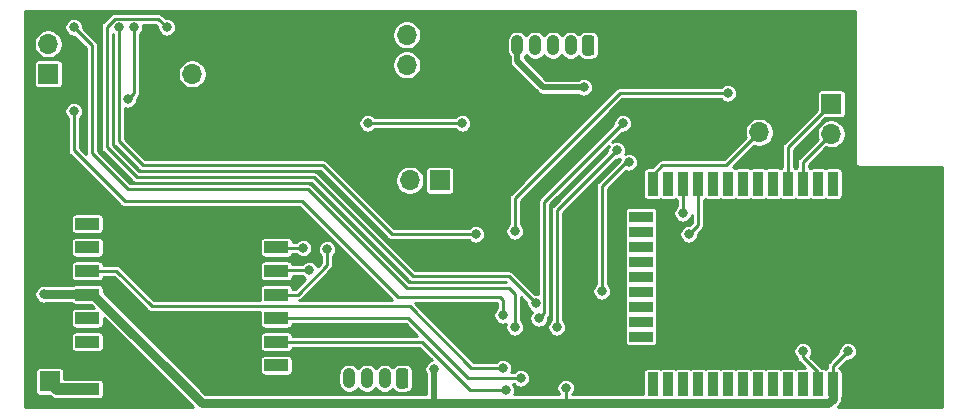
<source format=gbr>
G04 #@! TF.GenerationSoftware,KiCad,Pcbnew,(5.1.9)-1*
G04 #@! TF.CreationDate,2021-01-26T16:41:02+02:00*
G04 #@! TF.ProjectId,jantteri-main,6a616e74-7465-4726-992d-6d61696e2e6b,rev?*
G04 #@! TF.SameCoordinates,Original*
G04 #@! TF.FileFunction,Copper,L2,Bot*
G04 #@! TF.FilePolarity,Positive*
%FSLAX46Y46*%
G04 Gerber Fmt 4.6, Leading zero omitted, Abs format (unit mm)*
G04 Created by KiCad (PCBNEW (5.1.9)-1) date 2021-01-26 16:41:02*
%MOMM*%
%LPD*%
G01*
G04 APERTURE LIST*
G04 #@! TA.AperFunction,SMDPad,CuDef*
%ADD10R,5.000000X5.000000*%
G04 #@! TD*
G04 #@! TA.AperFunction,SMDPad,CuDef*
%ADD11R,0.900000X2.000000*%
G04 #@! TD*
G04 #@! TA.AperFunction,SMDPad,CuDef*
%ADD12R,2.000000X0.900000*%
G04 #@! TD*
G04 #@! TA.AperFunction,ComponentPad*
%ADD13O,1.700000X1.700000*%
G04 #@! TD*
G04 #@! TA.AperFunction,ComponentPad*
%ADD14R,1.700000X1.700000*%
G04 #@! TD*
G04 #@! TA.AperFunction,ComponentPad*
%ADD15O,1.030000X1.730000*%
G04 #@! TD*
G04 #@! TA.AperFunction,SMDPad,CuDef*
%ADD16R,2.000000X1.000000*%
G04 #@! TD*
G04 #@! TA.AperFunction,ViaPad*
%ADD17C,0.800000*%
G04 #@! TD*
G04 #@! TA.AperFunction,Conductor*
%ADD18C,0.250000*%
G04 #@! TD*
G04 #@! TA.AperFunction,Conductor*
%ADD19C,1.000000*%
G04 #@! TD*
G04 #@! TA.AperFunction,Conductor*
%ADD20C,0.750000*%
G04 #@! TD*
G04 #@! TA.AperFunction,Conductor*
%ADD21C,0.500000*%
G04 #@! TD*
G04 #@! TA.AperFunction,Conductor*
%ADD22C,0.254000*%
G04 #@! TD*
G04 #@! TA.AperFunction,Conductor*
%ADD23C,0.100000*%
G04 #@! TD*
G04 APERTURE END LIST*
D10*
X202304000Y-75311000D03*
D11*
X209804000Y-82811000D03*
X208534000Y-82811000D03*
X207264000Y-82811000D03*
X205994000Y-82811000D03*
X204724000Y-82811000D03*
X203454000Y-82811000D03*
X202184000Y-82811000D03*
X200914000Y-82811000D03*
X199644000Y-82811000D03*
X198374000Y-82811000D03*
X197104000Y-82811000D03*
X195834000Y-82811000D03*
X194564000Y-82811000D03*
X193294000Y-82811000D03*
D12*
X192294000Y-80026000D03*
X192294000Y-78756000D03*
X192294000Y-77486000D03*
X192294000Y-76216000D03*
X192294000Y-74946000D03*
X192294000Y-73676000D03*
X192294000Y-72406000D03*
X192294000Y-71136000D03*
X192294000Y-69866000D03*
X192294000Y-68596000D03*
D11*
X193294000Y-65811000D03*
X194564000Y-65811000D03*
X195834000Y-65811000D03*
X197104000Y-65811000D03*
X198374000Y-65811000D03*
X199644000Y-65811000D03*
X200914000Y-65811000D03*
X202184000Y-65811000D03*
X203454000Y-65811000D03*
X204724000Y-65811000D03*
X205994000Y-65811000D03*
X207264000Y-65811000D03*
X208534000Y-65811000D03*
X209804000Y-65811000D03*
D13*
X208407000Y-61595000D03*
D14*
X208407000Y-59055000D03*
D13*
X154305000Y-56515000D03*
D14*
X154305000Y-53975000D03*
X202311000Y-58928000D03*
D13*
X202311000Y-61468000D03*
D14*
X175260000Y-65532000D03*
D13*
X172720000Y-65532000D03*
D14*
X172466000Y-58293000D03*
D13*
X172466000Y-55753000D03*
X172466000Y-53213000D03*
D14*
X142113000Y-56515000D03*
D13*
X142113000Y-53975000D03*
G04 #@! TA.AperFunction,ComponentPad*
G36*
G01*
X188348000Y-53486997D02*
X188348000Y-54717003D01*
G75*
G02*
X188098003Y-54967000I-249997J0D01*
G01*
X187567997Y-54967000D01*
G75*
G02*
X187318000Y-54717003I0J249997D01*
G01*
X187318000Y-53486997D01*
G75*
G02*
X187567997Y-53237000I249997J0D01*
G01*
X188098003Y-53237000D01*
G75*
G02*
X188348000Y-53486997I0J-249997D01*
G01*
G37*
G04 #@! TD.AperFunction*
D15*
X186333000Y-54102000D03*
X184833000Y-54102000D03*
X183333000Y-54102000D03*
X181833000Y-54102000D03*
X180333000Y-54102000D03*
G04 #@! TA.AperFunction,ComponentPad*
G36*
G01*
X172600000Y-81680997D02*
X172600000Y-82911003D01*
G75*
G02*
X172350003Y-83161000I-249997J0D01*
G01*
X171819997Y-83161000D01*
G75*
G02*
X171570000Y-82911003I0J249997D01*
G01*
X171570000Y-81680997D01*
G75*
G02*
X171819997Y-81431000I249997J0D01*
G01*
X172350003Y-81431000D01*
G75*
G02*
X172600000Y-81680997I0J-249997D01*
G01*
G37*
G04 #@! TD.AperFunction*
X170585000Y-82296000D03*
X169085000Y-82296000D03*
X167585000Y-82296000D03*
D14*
X142240000Y-82550000D03*
D16*
X161416000Y-69200000D03*
X161416000Y-71200000D03*
X161416000Y-73200000D03*
X161416000Y-75200000D03*
X161416000Y-77200000D03*
X161416000Y-79200000D03*
X161416000Y-81200000D03*
X161416000Y-83200000D03*
X145416000Y-83200000D03*
X145416000Y-81200000D03*
X145416000Y-79200000D03*
X145416000Y-77200000D03*
X145416000Y-75200000D03*
X145416000Y-73200000D03*
X145416000Y-71200000D03*
X145416000Y-69200000D03*
D17*
X177165000Y-60706000D03*
X169163990Y-60706010D03*
X205994000Y-80010000D03*
X149352000Y-52578000D03*
X148844000Y-58674000D03*
X183637347Y-77220653D03*
X190754000Y-60706000D03*
X185166000Y-77978000D03*
X190246000Y-62992000D03*
X188976000Y-74930000D03*
X191262000Y-64008000D03*
X181610000Y-69850000D03*
X199644000Y-58166000D03*
X144272000Y-59690000D03*
X180594000Y-76962000D03*
X148082000Y-52578000D03*
X178308000Y-70104000D03*
X165735000Y-71374000D03*
X163703000Y-71247000D03*
X164211000Y-73152000D03*
X180594000Y-81407000D03*
X180848000Y-83312000D03*
X182118000Y-82296000D03*
X195834000Y-68326000D03*
X196342000Y-70104000D03*
X144272000Y-52578000D03*
X181610000Y-77978000D03*
X152146000Y-52578000D03*
X183388000Y-75946000D03*
X141732000Y-75184000D03*
X174752000Y-81534000D03*
X187452000Y-57658000D03*
X209804000Y-80010000D03*
X185928000Y-83095000D03*
X178308000Y-72136000D03*
X181864000Y-72136000D03*
X176530000Y-67564000D03*
X172466000Y-80264000D03*
X177996500Y-77158500D03*
X156464000Y-78994000D03*
X156972000Y-81534000D03*
X154432000Y-71120000D03*
X151384000Y-62738000D03*
X161544000Y-62992000D03*
X209804000Y-84328000D03*
X142240000Y-65278000D03*
D18*
X177164990Y-60706010D02*
X177165000Y-60706000D01*
X169163990Y-60706010D02*
X177164990Y-60706010D01*
X207264000Y-82811000D02*
X207264000Y-81788000D01*
X207264000Y-81788000D02*
X205994000Y-80518000D01*
X205994000Y-80518000D02*
X205994000Y-80010000D01*
X149352000Y-58166000D02*
X149352000Y-52578000D01*
X148844000Y-58674000D02*
X149352000Y-58166000D01*
X184113001Y-76744999D02*
X184113001Y-67346999D01*
X183637347Y-77220653D02*
X184113001Y-76744999D01*
X184113001Y-67346999D02*
X190754000Y-60706000D01*
X185166000Y-77978000D02*
X185166000Y-68072000D01*
X185166000Y-68072000D02*
X190246000Y-62992000D01*
X188976000Y-74930000D02*
X188976000Y-66802000D01*
X188976000Y-66802000D02*
X188976000Y-66040000D01*
X188976000Y-66040000D02*
X191008000Y-64008000D01*
X191008000Y-64008000D02*
X191262000Y-64008000D01*
X181610000Y-69850000D02*
X181610000Y-67056000D01*
X181610000Y-67056000D02*
X190500000Y-58166000D01*
X190500000Y-58166000D02*
X199644000Y-58166000D01*
X205994000Y-64008000D02*
X205994000Y-65811000D01*
X208407000Y-61595000D02*
X205994000Y-64008000D01*
X204724000Y-62738000D02*
X208407000Y-59055000D01*
X204724000Y-65811000D02*
X204724000Y-62738000D01*
X193294000Y-65045998D02*
X194077998Y-64262000D01*
X193294000Y-65811000D02*
X193294000Y-65045998D01*
X199517000Y-64262000D02*
X202311000Y-61468000D01*
X194077998Y-64262000D02*
X199517000Y-64262000D01*
D19*
X142890000Y-83200000D02*
X142240000Y-82550000D01*
X145416000Y-83200000D02*
X142890000Y-83200000D01*
D18*
X144272000Y-59690000D02*
X144272000Y-62992000D01*
X144272000Y-62992000D02*
X148590000Y-67310000D01*
X148590000Y-67310000D02*
X163576000Y-67310000D01*
X163576000Y-67310000D02*
X171704000Y-75438000D01*
X171704000Y-75438000D02*
X180340000Y-75438000D01*
X180340000Y-75438000D02*
X180594000Y-75692000D01*
X180594000Y-75692000D02*
X180594000Y-76962000D01*
X148082000Y-58985002D02*
X148082000Y-62230000D01*
X148082000Y-62230000D02*
X150114000Y-64262000D01*
X150114000Y-64262000D02*
X165354000Y-64262000D01*
X165354000Y-64262000D02*
X171196000Y-70104000D01*
X171196000Y-70104000D02*
X178308000Y-70104000D01*
X148082000Y-58985002D02*
X148082000Y-52578000D01*
X163236002Y-75200000D02*
X161416000Y-75200000D01*
X165735000Y-72701002D02*
X163236002Y-75200000D01*
X165735000Y-71374000D02*
X165735000Y-72701002D01*
X161463000Y-71247000D02*
X161416000Y-71200000D01*
X163703000Y-71247000D02*
X161463000Y-71247000D01*
X161464000Y-73152000D02*
X161416000Y-73200000D01*
X164211000Y-73152000D02*
X161464000Y-73152000D01*
X150876000Y-76200000D02*
X147876000Y-73200000D01*
X172720000Y-76200000D02*
X150876000Y-76200000D01*
X177927000Y-81407000D02*
X172720000Y-76200000D01*
X147876000Y-73200000D02*
X145416000Y-73200000D01*
X180594000Y-81407000D02*
X177927000Y-81407000D01*
X173745002Y-79200000D02*
X161416000Y-79200000D01*
X177857002Y-83312000D02*
X173745002Y-79200000D01*
X180848000Y-83312000D02*
X177857002Y-83312000D01*
X182118000Y-82296000D02*
X177673000Y-82296000D01*
X172577000Y-77200000D02*
X161416000Y-77200000D01*
X177673000Y-82296000D02*
X172577000Y-77200000D01*
X195834000Y-68326000D02*
X195834000Y-65811000D01*
X197104000Y-69342000D02*
X196342000Y-70104000D01*
X197104000Y-65811000D02*
X197104000Y-69342000D01*
X181102000Y-74676000D02*
X181610000Y-75184000D01*
X148844000Y-66294000D02*
X164084000Y-66294000D01*
X145796000Y-63246000D02*
X148844000Y-66294000D01*
X164084000Y-66294000D02*
X172466000Y-74676000D01*
X145796000Y-54102000D02*
X145796000Y-63246000D01*
X181610000Y-75184000D02*
X181610000Y-77978000D01*
X172466000Y-74676000D02*
X181102000Y-74676000D01*
X144272000Y-52578000D02*
X145796000Y-54102000D01*
X147066000Y-62738000D02*
X149606000Y-65278000D01*
X149606000Y-65278000D02*
X164592000Y-65278000D01*
X164592000Y-65278000D02*
X172974000Y-73660000D01*
X172974000Y-73660000D02*
X181102000Y-73660000D01*
X181102000Y-73660000D02*
X183388000Y-75946000D01*
X147066000Y-52520998D02*
X147066000Y-62738000D01*
X147733999Y-51852999D02*
X147066000Y-52520998D01*
X151420999Y-51852999D02*
X147733999Y-51852999D01*
X152146000Y-52578000D02*
X151420999Y-51852999D01*
D20*
X145916000Y-75200000D02*
X145416000Y-75200000D01*
X155102001Y-84386001D02*
X145916000Y-75200000D01*
X208534000Y-84026002D02*
X208174001Y-84386001D01*
X208534000Y-82811000D02*
X208534000Y-84026002D01*
X145400000Y-75184000D02*
X145416000Y-75200000D01*
X141732000Y-75184000D02*
X145400000Y-75184000D01*
X174810001Y-84386001D02*
X155102001Y-84386001D01*
D18*
X186944000Y-84328000D02*
X186885999Y-84386001D01*
D20*
X208174001Y-84386001D02*
X186885999Y-84386001D01*
D21*
X184024000Y-57658000D02*
X187452000Y-57658000D01*
X181833000Y-55467000D02*
X184024000Y-57658000D01*
X181833000Y-54102000D02*
X181833000Y-55467000D01*
D18*
X208534000Y-82811000D02*
X208534000Y-81280000D01*
X208534000Y-81280000D02*
X209804000Y-80010000D01*
X185928000Y-84328000D02*
X185869999Y-84386001D01*
X185928000Y-83095000D02*
X185928000Y-84328000D01*
D20*
X185869999Y-84386001D02*
X174810001Y-84386001D01*
X186885999Y-84386001D02*
X185869999Y-84386001D01*
D21*
X174752000Y-84328000D02*
X174810001Y-84386001D01*
X174752000Y-81534000D02*
X174752000Y-84328000D01*
D22*
X210414001Y-63988049D02*
X210412036Y-64008000D01*
X210419875Y-64087590D01*
X210443090Y-64164121D01*
X210480790Y-64234653D01*
X210531526Y-64296474D01*
X210593347Y-64347210D01*
X210663879Y-64384910D01*
X210740410Y-64408125D01*
X210800059Y-64414000D01*
X210800060Y-64414000D01*
X210820000Y-64415964D01*
X210839941Y-64414000D01*
X217780000Y-64414000D01*
X217780001Y-84684000D01*
X208945146Y-84684000D01*
X209042306Y-84586840D01*
X209071159Y-84563161D01*
X209165632Y-84448045D01*
X209235832Y-84316710D01*
X209279060Y-84174204D01*
X209287820Y-84085262D01*
X209292733Y-84035380D01*
X209302322Y-84023696D01*
X209337701Y-83957508D01*
X209359487Y-83885689D01*
X209366843Y-83811000D01*
X209366843Y-81811000D01*
X209359487Y-81736311D01*
X209337701Y-81664492D01*
X209302322Y-81598304D01*
X209254711Y-81540289D01*
X209196696Y-81492678D01*
X209130508Y-81457299D01*
X209085842Y-81443750D01*
X209738592Y-80791000D01*
X209880922Y-80791000D01*
X210031809Y-80760987D01*
X210173942Y-80702113D01*
X210301859Y-80616642D01*
X210410642Y-80507859D01*
X210496113Y-80379942D01*
X210554987Y-80237809D01*
X210585000Y-80086922D01*
X210585000Y-79933078D01*
X210554987Y-79782191D01*
X210496113Y-79640058D01*
X210410642Y-79512141D01*
X210301859Y-79403358D01*
X210173942Y-79317887D01*
X210031809Y-79259013D01*
X209880922Y-79229000D01*
X209727078Y-79229000D01*
X209576191Y-79259013D01*
X209434058Y-79317887D01*
X209306141Y-79403358D01*
X209197358Y-79512141D01*
X209111887Y-79640058D01*
X209053013Y-79782191D01*
X209023000Y-79933078D01*
X209023000Y-80075408D01*
X208193780Y-80904629D01*
X208174474Y-80920473D01*
X208111242Y-80997521D01*
X208095780Y-81026448D01*
X208064255Y-81085426D01*
X208035322Y-81180808D01*
X208025553Y-81280000D01*
X208028001Y-81304856D01*
X208028001Y-81433672D01*
X208009311Y-81435513D01*
X207937492Y-81457299D01*
X207899000Y-81477874D01*
X207860508Y-81457299D01*
X207788689Y-81435513D01*
X207714000Y-81428157D01*
X207623142Y-81428157D01*
X207604220Y-81412628D01*
X206640219Y-80448628D01*
X206686113Y-80379942D01*
X206744987Y-80237809D01*
X206775000Y-80086922D01*
X206775000Y-79933078D01*
X206744987Y-79782191D01*
X206686113Y-79640058D01*
X206600642Y-79512141D01*
X206491859Y-79403358D01*
X206363942Y-79317887D01*
X206221809Y-79259013D01*
X206070922Y-79229000D01*
X205917078Y-79229000D01*
X205766191Y-79259013D01*
X205624058Y-79317887D01*
X205496141Y-79403358D01*
X205387358Y-79512141D01*
X205301887Y-79640058D01*
X205243013Y-79782191D01*
X205213000Y-79933078D01*
X205213000Y-80086922D01*
X205243013Y-80237809D01*
X205301887Y-80379942D01*
X205387358Y-80507859D01*
X205495172Y-80615673D01*
X205495322Y-80617192D01*
X205524255Y-80712574D01*
X205571241Y-80800479D01*
X205634473Y-80877527D01*
X205653785Y-80893376D01*
X206188566Y-81428157D01*
X205544000Y-81428157D01*
X205469311Y-81435513D01*
X205397492Y-81457299D01*
X205359000Y-81477874D01*
X205320508Y-81457299D01*
X205248689Y-81435513D01*
X205174000Y-81428157D01*
X204274000Y-81428157D01*
X204199311Y-81435513D01*
X204127492Y-81457299D01*
X204089000Y-81477874D01*
X204050508Y-81457299D01*
X203978689Y-81435513D01*
X203904000Y-81428157D01*
X203004000Y-81428157D01*
X202929311Y-81435513D01*
X202857492Y-81457299D01*
X202819000Y-81477874D01*
X202780508Y-81457299D01*
X202708689Y-81435513D01*
X202634000Y-81428157D01*
X201734000Y-81428157D01*
X201659311Y-81435513D01*
X201587492Y-81457299D01*
X201549000Y-81477874D01*
X201510508Y-81457299D01*
X201438689Y-81435513D01*
X201364000Y-81428157D01*
X200464000Y-81428157D01*
X200389311Y-81435513D01*
X200317492Y-81457299D01*
X200279000Y-81477874D01*
X200240508Y-81457299D01*
X200168689Y-81435513D01*
X200094000Y-81428157D01*
X199194000Y-81428157D01*
X199119311Y-81435513D01*
X199047492Y-81457299D01*
X199009000Y-81477874D01*
X198970508Y-81457299D01*
X198898689Y-81435513D01*
X198824000Y-81428157D01*
X197924000Y-81428157D01*
X197849311Y-81435513D01*
X197777492Y-81457299D01*
X197739000Y-81477874D01*
X197700508Y-81457299D01*
X197628689Y-81435513D01*
X197554000Y-81428157D01*
X196654000Y-81428157D01*
X196579311Y-81435513D01*
X196507492Y-81457299D01*
X196469000Y-81477874D01*
X196430508Y-81457299D01*
X196358689Y-81435513D01*
X196284000Y-81428157D01*
X195384000Y-81428157D01*
X195309311Y-81435513D01*
X195237492Y-81457299D01*
X195199000Y-81477874D01*
X195160508Y-81457299D01*
X195088689Y-81435513D01*
X195014000Y-81428157D01*
X194114000Y-81428157D01*
X194039311Y-81435513D01*
X193967492Y-81457299D01*
X193929000Y-81477874D01*
X193890508Y-81457299D01*
X193818689Y-81435513D01*
X193744000Y-81428157D01*
X192844000Y-81428157D01*
X192769311Y-81435513D01*
X192697492Y-81457299D01*
X192631304Y-81492678D01*
X192573289Y-81540289D01*
X192525678Y-81598304D01*
X192490299Y-81664492D01*
X192468513Y-81736311D01*
X192461157Y-81811000D01*
X192461157Y-83630001D01*
X186497500Y-83630001D01*
X186534642Y-83592859D01*
X186620113Y-83464942D01*
X186678987Y-83322809D01*
X186709000Y-83171922D01*
X186709000Y-83018078D01*
X186678987Y-82867191D01*
X186620113Y-82725058D01*
X186534642Y-82597141D01*
X186425859Y-82488358D01*
X186297942Y-82402887D01*
X186155809Y-82344013D01*
X186004922Y-82314000D01*
X185851078Y-82314000D01*
X185700191Y-82344013D01*
X185558058Y-82402887D01*
X185430141Y-82488358D01*
X185321358Y-82597141D01*
X185235887Y-82725058D01*
X185177013Y-82867191D01*
X185147000Y-83018078D01*
X185147000Y-83171922D01*
X185177013Y-83322809D01*
X185235887Y-83464942D01*
X185321358Y-83592859D01*
X185358500Y-83630001D01*
X181561628Y-83630001D01*
X181598987Y-83539809D01*
X181629000Y-83388922D01*
X181629000Y-83235078D01*
X181598987Y-83084191D01*
X181540113Y-82942058D01*
X181454642Y-82814141D01*
X181442501Y-82802000D01*
X181519499Y-82802000D01*
X181620141Y-82902642D01*
X181748058Y-82988113D01*
X181890191Y-83046987D01*
X182041078Y-83077000D01*
X182194922Y-83077000D01*
X182345809Y-83046987D01*
X182487942Y-82988113D01*
X182615859Y-82902642D01*
X182724642Y-82793859D01*
X182810113Y-82665942D01*
X182868987Y-82523809D01*
X182899000Y-82372922D01*
X182899000Y-82219078D01*
X182868987Y-82068191D01*
X182810113Y-81926058D01*
X182724642Y-81798141D01*
X182615859Y-81689358D01*
X182487942Y-81603887D01*
X182345809Y-81545013D01*
X182194922Y-81515000D01*
X182041078Y-81515000D01*
X181890191Y-81545013D01*
X181748058Y-81603887D01*
X181620141Y-81689358D01*
X181519499Y-81790000D01*
X181277388Y-81790000D01*
X181286113Y-81776942D01*
X181344987Y-81634809D01*
X181375000Y-81483922D01*
X181375000Y-81330078D01*
X181344987Y-81179191D01*
X181286113Y-81037058D01*
X181200642Y-80909141D01*
X181091859Y-80800358D01*
X180963942Y-80714887D01*
X180821809Y-80656013D01*
X180670922Y-80626000D01*
X180517078Y-80626000D01*
X180366191Y-80656013D01*
X180224058Y-80714887D01*
X180096141Y-80800358D01*
X179995499Y-80901000D01*
X178136592Y-80901000D01*
X173179591Y-75944000D01*
X180088000Y-75944000D01*
X180088001Y-76363498D01*
X179987358Y-76464141D01*
X179901887Y-76592058D01*
X179843013Y-76734191D01*
X179813000Y-76885078D01*
X179813000Y-77038922D01*
X179843013Y-77189809D01*
X179901887Y-77331942D01*
X179987358Y-77459859D01*
X180096141Y-77568642D01*
X180224058Y-77654113D01*
X180366191Y-77712987D01*
X180517078Y-77743000D01*
X180670922Y-77743000D01*
X180821809Y-77712987D01*
X180885321Y-77686679D01*
X180859013Y-77750191D01*
X180829000Y-77901078D01*
X180829000Y-78054922D01*
X180859013Y-78205809D01*
X180917887Y-78347942D01*
X181003358Y-78475859D01*
X181112141Y-78584642D01*
X181240058Y-78670113D01*
X181382191Y-78728987D01*
X181533078Y-78759000D01*
X181686922Y-78759000D01*
X181837809Y-78728987D01*
X181979942Y-78670113D01*
X182107859Y-78584642D01*
X182216642Y-78475859D01*
X182302113Y-78347942D01*
X182360987Y-78205809D01*
X182391000Y-78054922D01*
X182391000Y-77901078D01*
X182360987Y-77750191D01*
X182302113Y-77608058D01*
X182216642Y-77480141D01*
X182116000Y-77379499D01*
X182116000Y-75389592D01*
X182607000Y-75880592D01*
X182607000Y-76022922D01*
X182637013Y-76173809D01*
X182695887Y-76315942D01*
X182781358Y-76443859D01*
X182890141Y-76552642D01*
X183018058Y-76638113D01*
X183086879Y-76666620D01*
X183030705Y-76722794D01*
X182945234Y-76850711D01*
X182886360Y-76992844D01*
X182856347Y-77143731D01*
X182856347Y-77297575D01*
X182886360Y-77448462D01*
X182945234Y-77590595D01*
X183030705Y-77718512D01*
X183139488Y-77827295D01*
X183267405Y-77912766D01*
X183409538Y-77971640D01*
X183560425Y-78001653D01*
X183714269Y-78001653D01*
X183865156Y-77971640D01*
X184007289Y-77912766D01*
X184135206Y-77827295D01*
X184243989Y-77718512D01*
X184329460Y-77590595D01*
X184388334Y-77448462D01*
X184418347Y-77297575D01*
X184418347Y-77155245D01*
X184453221Y-77120371D01*
X184472528Y-77104526D01*
X184535760Y-77027478D01*
X184582746Y-76939574D01*
X184611679Y-76844192D01*
X184619001Y-76769853D01*
X184619001Y-76769846D01*
X184621448Y-76745000D01*
X184619001Y-76720154D01*
X184619001Y-67556590D01*
X189554598Y-62620993D01*
X189553887Y-62622058D01*
X189495013Y-62764191D01*
X189465000Y-62915078D01*
X189465000Y-63057408D01*
X184825781Y-67696628D01*
X184806474Y-67712473D01*
X184743242Y-67789521D01*
X184729089Y-67816000D01*
X184696255Y-67877426D01*
X184667322Y-67972808D01*
X184657553Y-68072000D01*
X184660001Y-68096856D01*
X184660000Y-77379499D01*
X184559358Y-77480141D01*
X184473887Y-77608058D01*
X184415013Y-77750191D01*
X184385000Y-77901078D01*
X184385000Y-78054922D01*
X184415013Y-78205809D01*
X184473887Y-78347942D01*
X184559358Y-78475859D01*
X184668141Y-78584642D01*
X184796058Y-78670113D01*
X184938191Y-78728987D01*
X185089078Y-78759000D01*
X185242922Y-78759000D01*
X185393809Y-78728987D01*
X185535942Y-78670113D01*
X185663859Y-78584642D01*
X185772642Y-78475859D01*
X185858113Y-78347942D01*
X185916987Y-78205809D01*
X185947000Y-78054922D01*
X185947000Y-77901078D01*
X185916987Y-77750191D01*
X185858113Y-77608058D01*
X185772642Y-77480141D01*
X185672000Y-77379499D01*
X185672000Y-68281591D01*
X190180592Y-63773000D01*
X190322922Y-63773000D01*
X190473809Y-63742987D01*
X190537321Y-63716679D01*
X190511013Y-63780191D01*
X190508728Y-63791680D01*
X188635781Y-65664628D01*
X188616474Y-65680473D01*
X188553242Y-65757521D01*
X188537942Y-65786146D01*
X188506255Y-65845426D01*
X188477322Y-65940808D01*
X188467553Y-66040000D01*
X188470001Y-66064856D01*
X188470000Y-66826853D01*
X188470001Y-66826863D01*
X188470000Y-74331499D01*
X188369358Y-74432141D01*
X188283887Y-74560058D01*
X188225013Y-74702191D01*
X188195000Y-74853078D01*
X188195000Y-75006922D01*
X188225013Y-75157809D01*
X188283887Y-75299942D01*
X188369358Y-75427859D01*
X188478141Y-75536642D01*
X188606058Y-75622113D01*
X188748191Y-75680987D01*
X188899078Y-75711000D01*
X189052922Y-75711000D01*
X189203809Y-75680987D01*
X189345942Y-75622113D01*
X189473859Y-75536642D01*
X189582642Y-75427859D01*
X189668113Y-75299942D01*
X189726987Y-75157809D01*
X189757000Y-75006922D01*
X189757000Y-74853078D01*
X189726987Y-74702191D01*
X189668113Y-74560058D01*
X189582642Y-74432141D01*
X189482000Y-74331499D01*
X189482000Y-68146000D01*
X190911157Y-68146000D01*
X190911157Y-69046000D01*
X190918513Y-69120689D01*
X190940299Y-69192508D01*
X190960874Y-69231000D01*
X190940299Y-69269492D01*
X190918513Y-69341311D01*
X190911157Y-69416000D01*
X190911157Y-70316000D01*
X190918513Y-70390689D01*
X190940299Y-70462508D01*
X190960874Y-70501000D01*
X190940299Y-70539492D01*
X190918513Y-70611311D01*
X190911157Y-70686000D01*
X190911157Y-71586000D01*
X190918513Y-71660689D01*
X190940299Y-71732508D01*
X190960874Y-71771000D01*
X190940299Y-71809492D01*
X190918513Y-71881311D01*
X190911157Y-71956000D01*
X190911157Y-72856000D01*
X190918513Y-72930689D01*
X190940299Y-73002508D01*
X190960874Y-73041000D01*
X190940299Y-73079492D01*
X190918513Y-73151311D01*
X190911157Y-73226000D01*
X190911157Y-74126000D01*
X190918513Y-74200689D01*
X190940299Y-74272508D01*
X190960874Y-74311000D01*
X190940299Y-74349492D01*
X190918513Y-74421311D01*
X190911157Y-74496000D01*
X190911157Y-75396000D01*
X190918513Y-75470689D01*
X190940299Y-75542508D01*
X190960874Y-75581000D01*
X190940299Y-75619492D01*
X190918513Y-75691311D01*
X190911157Y-75766000D01*
X190911157Y-76666000D01*
X190918513Y-76740689D01*
X190940299Y-76812508D01*
X190960874Y-76851000D01*
X190940299Y-76889492D01*
X190918513Y-76961311D01*
X190911157Y-77036000D01*
X190911157Y-77936000D01*
X190918513Y-78010689D01*
X190940299Y-78082508D01*
X190960874Y-78121000D01*
X190940299Y-78159492D01*
X190918513Y-78231311D01*
X190911157Y-78306000D01*
X190911157Y-79206000D01*
X190918513Y-79280689D01*
X190940299Y-79352508D01*
X190975678Y-79418696D01*
X191023289Y-79476711D01*
X191081304Y-79524322D01*
X191147492Y-79559701D01*
X191219311Y-79581487D01*
X191294000Y-79588843D01*
X193294000Y-79588843D01*
X193368689Y-79581487D01*
X193440508Y-79559701D01*
X193506696Y-79524322D01*
X193564711Y-79476711D01*
X193612322Y-79418696D01*
X193647701Y-79352508D01*
X193669487Y-79280689D01*
X193676843Y-79206000D01*
X193676843Y-78306000D01*
X193669487Y-78231311D01*
X193647701Y-78159492D01*
X193627126Y-78121000D01*
X193647701Y-78082508D01*
X193669487Y-78010689D01*
X193676843Y-77936000D01*
X193676843Y-77036000D01*
X193669487Y-76961311D01*
X193647701Y-76889492D01*
X193627126Y-76851000D01*
X193647701Y-76812508D01*
X193669487Y-76740689D01*
X193676843Y-76666000D01*
X193676843Y-75766000D01*
X193669487Y-75691311D01*
X193647701Y-75619492D01*
X193627126Y-75581000D01*
X193647701Y-75542508D01*
X193669487Y-75470689D01*
X193676843Y-75396000D01*
X193676843Y-74496000D01*
X193669487Y-74421311D01*
X193647701Y-74349492D01*
X193627126Y-74311000D01*
X193647701Y-74272508D01*
X193669487Y-74200689D01*
X193676843Y-74126000D01*
X193676843Y-73226000D01*
X193669487Y-73151311D01*
X193647701Y-73079492D01*
X193627126Y-73041000D01*
X193647701Y-73002508D01*
X193669487Y-72930689D01*
X193676843Y-72856000D01*
X193676843Y-71956000D01*
X193669487Y-71881311D01*
X193647701Y-71809492D01*
X193627126Y-71771000D01*
X193647701Y-71732508D01*
X193669487Y-71660689D01*
X193676843Y-71586000D01*
X193676843Y-70686000D01*
X193669487Y-70611311D01*
X193647701Y-70539492D01*
X193627126Y-70501000D01*
X193647701Y-70462508D01*
X193669487Y-70390689D01*
X193676843Y-70316000D01*
X193676843Y-69416000D01*
X193669487Y-69341311D01*
X193647701Y-69269492D01*
X193627126Y-69231000D01*
X193647701Y-69192508D01*
X193669487Y-69120689D01*
X193676843Y-69046000D01*
X193676843Y-68146000D01*
X193669487Y-68071311D01*
X193647701Y-67999492D01*
X193612322Y-67933304D01*
X193564711Y-67875289D01*
X193506696Y-67827678D01*
X193440508Y-67792299D01*
X193368689Y-67770513D01*
X193294000Y-67763157D01*
X191294000Y-67763157D01*
X191219311Y-67770513D01*
X191147492Y-67792299D01*
X191081304Y-67827678D01*
X191023289Y-67875289D01*
X190975678Y-67933304D01*
X190940299Y-67999492D01*
X190918513Y-68071311D01*
X190911157Y-68146000D01*
X189482000Y-68146000D01*
X189482000Y-66249591D01*
X190920591Y-64811000D01*
X192461157Y-64811000D01*
X192461157Y-66811000D01*
X192468513Y-66885689D01*
X192490299Y-66957508D01*
X192525678Y-67023696D01*
X192573289Y-67081711D01*
X192631304Y-67129322D01*
X192697492Y-67164701D01*
X192769311Y-67186487D01*
X192844000Y-67193843D01*
X193744000Y-67193843D01*
X193818689Y-67186487D01*
X193890508Y-67164701D01*
X193929000Y-67144126D01*
X193967492Y-67164701D01*
X194039311Y-67186487D01*
X194114000Y-67193843D01*
X195014000Y-67193843D01*
X195088689Y-67186487D01*
X195160508Y-67164701D01*
X195199000Y-67144126D01*
X195237492Y-67164701D01*
X195309311Y-67186487D01*
X195328000Y-67188328D01*
X195328000Y-67727499D01*
X195227358Y-67828141D01*
X195141887Y-67956058D01*
X195083013Y-68098191D01*
X195053000Y-68249078D01*
X195053000Y-68402922D01*
X195083013Y-68553809D01*
X195141887Y-68695942D01*
X195227358Y-68823859D01*
X195336141Y-68932642D01*
X195464058Y-69018113D01*
X195606191Y-69076987D01*
X195757078Y-69107000D01*
X195910922Y-69107000D01*
X196061809Y-69076987D01*
X196203942Y-69018113D01*
X196331859Y-68932642D01*
X196440642Y-68823859D01*
X196526113Y-68695942D01*
X196584987Y-68553809D01*
X196598001Y-68488384D01*
X196598001Y-69132407D01*
X196407408Y-69323000D01*
X196265078Y-69323000D01*
X196114191Y-69353013D01*
X195972058Y-69411887D01*
X195844141Y-69497358D01*
X195735358Y-69606141D01*
X195649887Y-69734058D01*
X195591013Y-69876191D01*
X195561000Y-70027078D01*
X195561000Y-70180922D01*
X195591013Y-70331809D01*
X195649887Y-70473942D01*
X195735358Y-70601859D01*
X195844141Y-70710642D01*
X195972058Y-70796113D01*
X196114191Y-70854987D01*
X196265078Y-70885000D01*
X196418922Y-70885000D01*
X196569809Y-70854987D01*
X196711942Y-70796113D01*
X196839859Y-70710642D01*
X196948642Y-70601859D01*
X197034113Y-70473942D01*
X197092987Y-70331809D01*
X197123000Y-70180922D01*
X197123000Y-70038592D01*
X197444220Y-69717372D01*
X197463527Y-69701527D01*
X197526759Y-69624479D01*
X197573745Y-69536575D01*
X197602678Y-69441193D01*
X197610000Y-69366854D01*
X197612448Y-69342000D01*
X197610000Y-69317146D01*
X197610000Y-67188328D01*
X197628689Y-67186487D01*
X197700508Y-67164701D01*
X197739000Y-67144126D01*
X197777492Y-67164701D01*
X197849311Y-67186487D01*
X197924000Y-67193843D01*
X198824000Y-67193843D01*
X198898689Y-67186487D01*
X198970508Y-67164701D01*
X199009000Y-67144126D01*
X199047492Y-67164701D01*
X199119311Y-67186487D01*
X199194000Y-67193843D01*
X200094000Y-67193843D01*
X200168689Y-67186487D01*
X200240508Y-67164701D01*
X200279000Y-67144126D01*
X200317492Y-67164701D01*
X200389311Y-67186487D01*
X200464000Y-67193843D01*
X201364000Y-67193843D01*
X201438689Y-67186487D01*
X201510508Y-67164701D01*
X201549000Y-67144126D01*
X201587492Y-67164701D01*
X201659311Y-67186487D01*
X201734000Y-67193843D01*
X202634000Y-67193843D01*
X202708689Y-67186487D01*
X202780508Y-67164701D01*
X202819000Y-67144126D01*
X202857492Y-67164701D01*
X202929311Y-67186487D01*
X203004000Y-67193843D01*
X203904000Y-67193843D01*
X203978689Y-67186487D01*
X204050508Y-67164701D01*
X204089000Y-67144126D01*
X204127492Y-67164701D01*
X204199311Y-67186487D01*
X204274000Y-67193843D01*
X205174000Y-67193843D01*
X205248689Y-67186487D01*
X205320508Y-67164701D01*
X205359000Y-67144126D01*
X205397492Y-67164701D01*
X205469311Y-67186487D01*
X205544000Y-67193843D01*
X206444000Y-67193843D01*
X206518689Y-67186487D01*
X206590508Y-67164701D01*
X206629000Y-67144126D01*
X206667492Y-67164701D01*
X206739311Y-67186487D01*
X206814000Y-67193843D01*
X207714000Y-67193843D01*
X207788689Y-67186487D01*
X207860508Y-67164701D01*
X207899000Y-67144126D01*
X207937492Y-67164701D01*
X208009311Y-67186487D01*
X208084000Y-67193843D01*
X208984000Y-67193843D01*
X209058689Y-67186487D01*
X209130508Y-67164701D01*
X209196696Y-67129322D01*
X209254711Y-67081711D01*
X209302322Y-67023696D01*
X209337701Y-66957508D01*
X209359487Y-66885689D01*
X209366843Y-66811000D01*
X209366843Y-64811000D01*
X209359487Y-64736311D01*
X209337701Y-64664492D01*
X209302322Y-64598304D01*
X209254711Y-64540289D01*
X209196696Y-64492678D01*
X209130508Y-64457299D01*
X209058689Y-64435513D01*
X208984000Y-64428157D01*
X208084000Y-64428157D01*
X208009311Y-64435513D01*
X207937492Y-64457299D01*
X207899000Y-64477874D01*
X207860508Y-64457299D01*
X207788689Y-64435513D01*
X207714000Y-64428157D01*
X206814000Y-64428157D01*
X206739311Y-64435513D01*
X206667492Y-64457299D01*
X206629000Y-64477874D01*
X206590508Y-64457299D01*
X206518689Y-64435513D01*
X206500000Y-64433672D01*
X206500000Y-64217591D01*
X207970833Y-62746758D01*
X208047931Y-62778693D01*
X208285757Y-62826000D01*
X208528243Y-62826000D01*
X208766069Y-62778693D01*
X208990097Y-62685898D01*
X209191717Y-62551180D01*
X209363180Y-62379717D01*
X209497898Y-62178097D01*
X209590693Y-61954069D01*
X209638000Y-61716243D01*
X209638000Y-61473757D01*
X209590693Y-61235931D01*
X209497898Y-61011903D01*
X209363180Y-60810283D01*
X209191717Y-60638820D01*
X208990097Y-60504102D01*
X208766069Y-60411307D01*
X208528243Y-60364000D01*
X208285757Y-60364000D01*
X208047931Y-60411307D01*
X207823903Y-60504102D01*
X207622283Y-60638820D01*
X207450820Y-60810283D01*
X207316102Y-61011903D01*
X207223307Y-61235931D01*
X207176000Y-61473757D01*
X207176000Y-61716243D01*
X207223307Y-61954069D01*
X207255242Y-62031167D01*
X205653785Y-63632624D01*
X205634473Y-63648473D01*
X205571241Y-63725521D01*
X205524255Y-63813426D01*
X205495322Y-63908808D01*
X205488000Y-63983147D01*
X205488000Y-63983154D01*
X205485553Y-64008000D01*
X205488000Y-64032847D01*
X205488000Y-64433672D01*
X205469311Y-64435513D01*
X205397492Y-64457299D01*
X205359000Y-64477874D01*
X205320508Y-64457299D01*
X205248689Y-64435513D01*
X205230000Y-64433672D01*
X205230000Y-62947591D01*
X207889749Y-60287843D01*
X209257000Y-60287843D01*
X209331689Y-60280487D01*
X209403508Y-60258701D01*
X209469696Y-60223322D01*
X209527711Y-60175711D01*
X209575322Y-60117696D01*
X209610701Y-60051508D01*
X209632487Y-59979689D01*
X209639843Y-59905000D01*
X209639843Y-58205000D01*
X209632487Y-58130311D01*
X209610701Y-58058492D01*
X209575322Y-57992304D01*
X209527711Y-57934289D01*
X209469696Y-57886678D01*
X209403508Y-57851299D01*
X209331689Y-57829513D01*
X209257000Y-57822157D01*
X207557000Y-57822157D01*
X207482311Y-57829513D01*
X207410492Y-57851299D01*
X207344304Y-57886678D01*
X207286289Y-57934289D01*
X207238678Y-57992304D01*
X207203299Y-58058492D01*
X207181513Y-58130311D01*
X207174157Y-58205000D01*
X207174157Y-59572251D01*
X204383781Y-62362628D01*
X204364474Y-62378473D01*
X204301242Y-62455521D01*
X204281037Y-62493322D01*
X204254255Y-62543426D01*
X204225322Y-62638808D01*
X204215553Y-62738000D01*
X204218001Y-62762854D01*
X204218000Y-64433672D01*
X204199311Y-64435513D01*
X204127492Y-64457299D01*
X204089000Y-64477874D01*
X204050508Y-64457299D01*
X203978689Y-64435513D01*
X203904000Y-64428157D01*
X203004000Y-64428157D01*
X202929311Y-64435513D01*
X202857492Y-64457299D01*
X202819000Y-64477874D01*
X202780508Y-64457299D01*
X202708689Y-64435513D01*
X202634000Y-64428157D01*
X201734000Y-64428157D01*
X201659311Y-64435513D01*
X201587492Y-64457299D01*
X201549000Y-64477874D01*
X201510508Y-64457299D01*
X201438689Y-64435513D01*
X201364000Y-64428157D01*
X200464000Y-64428157D01*
X200389311Y-64435513D01*
X200317492Y-64457299D01*
X200279000Y-64477874D01*
X200240508Y-64457299D01*
X200168689Y-64435513D01*
X200094000Y-64428157D01*
X200066434Y-64428157D01*
X201874833Y-62619758D01*
X201951931Y-62651693D01*
X202189757Y-62699000D01*
X202432243Y-62699000D01*
X202670069Y-62651693D01*
X202894097Y-62558898D01*
X203095717Y-62424180D01*
X203267180Y-62252717D01*
X203401898Y-62051097D01*
X203494693Y-61827069D01*
X203542000Y-61589243D01*
X203542000Y-61346757D01*
X203494693Y-61108931D01*
X203401898Y-60884903D01*
X203267180Y-60683283D01*
X203095717Y-60511820D01*
X202894097Y-60377102D01*
X202670069Y-60284307D01*
X202432243Y-60237000D01*
X202189757Y-60237000D01*
X201951931Y-60284307D01*
X201727903Y-60377102D01*
X201526283Y-60511820D01*
X201354820Y-60683283D01*
X201220102Y-60884903D01*
X201127307Y-61108931D01*
X201080000Y-61346757D01*
X201080000Y-61589243D01*
X201127307Y-61827069D01*
X201159242Y-61904167D01*
X199307409Y-63756000D01*
X194102852Y-63756000D01*
X194077998Y-63753552D01*
X194053144Y-63756000D01*
X193978805Y-63763322D01*
X193883423Y-63792255D01*
X193795519Y-63839241D01*
X193718471Y-63902473D01*
X193702628Y-63921778D01*
X193196250Y-64428157D01*
X192844000Y-64428157D01*
X192769311Y-64435513D01*
X192697492Y-64457299D01*
X192631304Y-64492678D01*
X192573289Y-64540289D01*
X192525678Y-64598304D01*
X192490299Y-64664492D01*
X192468513Y-64736311D01*
X192461157Y-64811000D01*
X190920591Y-64811000D01*
X190990643Y-64740949D01*
X191034191Y-64758987D01*
X191185078Y-64789000D01*
X191338922Y-64789000D01*
X191489809Y-64758987D01*
X191631942Y-64700113D01*
X191759859Y-64614642D01*
X191868642Y-64505859D01*
X191954113Y-64377942D01*
X192012987Y-64235809D01*
X192043000Y-64084922D01*
X192043000Y-63931078D01*
X192012987Y-63780191D01*
X191954113Y-63638058D01*
X191868642Y-63510141D01*
X191759859Y-63401358D01*
X191631942Y-63315887D01*
X191489809Y-63257013D01*
X191338922Y-63227000D01*
X191185078Y-63227000D01*
X191034191Y-63257013D01*
X190970679Y-63283321D01*
X190996987Y-63219809D01*
X191027000Y-63068922D01*
X191027000Y-62915078D01*
X190996987Y-62764191D01*
X190938113Y-62622058D01*
X190852642Y-62494141D01*
X190743859Y-62385358D01*
X190615942Y-62299887D01*
X190473809Y-62241013D01*
X190322922Y-62211000D01*
X190169078Y-62211000D01*
X190018191Y-62241013D01*
X189876058Y-62299887D01*
X189874994Y-62300598D01*
X190688592Y-61487000D01*
X190830922Y-61487000D01*
X190981809Y-61456987D01*
X191123942Y-61398113D01*
X191251859Y-61312642D01*
X191360642Y-61203859D01*
X191446113Y-61075942D01*
X191504987Y-60933809D01*
X191535000Y-60782922D01*
X191535000Y-60629078D01*
X191504987Y-60478191D01*
X191446113Y-60336058D01*
X191360642Y-60208141D01*
X191251859Y-60099358D01*
X191123942Y-60013887D01*
X190981809Y-59955013D01*
X190830922Y-59925000D01*
X190677078Y-59925000D01*
X190526191Y-59955013D01*
X190384058Y-60013887D01*
X190256141Y-60099358D01*
X190147358Y-60208141D01*
X190061887Y-60336058D01*
X190003013Y-60478191D01*
X189973000Y-60629078D01*
X189973000Y-60771408D01*
X183772782Y-66971627D01*
X183753475Y-66987472D01*
X183690243Y-67064520D01*
X183681054Y-67081711D01*
X183643256Y-67152425D01*
X183614323Y-67247807D01*
X183604554Y-67346999D01*
X183607002Y-67371855D01*
X183607001Y-75193261D01*
X183464922Y-75165000D01*
X183322592Y-75165000D01*
X181477376Y-73319785D01*
X181461527Y-73300473D01*
X181384479Y-73237241D01*
X181296575Y-73190255D01*
X181201193Y-73161322D01*
X181126854Y-73154000D01*
X181126846Y-73154000D01*
X181102000Y-73151553D01*
X181077154Y-73154000D01*
X173183592Y-73154000D01*
X164967376Y-64937785D01*
X164951527Y-64918473D01*
X164874479Y-64855241D01*
X164786575Y-64808255D01*
X164691193Y-64779322D01*
X164616854Y-64772000D01*
X164616846Y-64772000D01*
X164592000Y-64769553D01*
X164567154Y-64772000D01*
X149815592Y-64772000D01*
X147572000Y-62528409D01*
X147572000Y-53172501D01*
X147576001Y-53176502D01*
X147576000Y-58960148D01*
X147576000Y-58960149D01*
X147576001Y-62205144D01*
X147573553Y-62230000D01*
X147583322Y-62329192D01*
X147612255Y-62424574D01*
X147612256Y-62424575D01*
X147659242Y-62512479D01*
X147722474Y-62589527D01*
X147741781Y-62605372D01*
X149738628Y-64602220D01*
X149754473Y-64621527D01*
X149831521Y-64684759D01*
X149919425Y-64731745D01*
X150014807Y-64760678D01*
X150089146Y-64768000D01*
X150089154Y-64768000D01*
X150114000Y-64770447D01*
X150138846Y-64768000D01*
X165144409Y-64768000D01*
X170820628Y-70444220D01*
X170836473Y-70463527D01*
X170913521Y-70526759D01*
X171001425Y-70573745D01*
X171096807Y-70602678D01*
X171196000Y-70612448D01*
X171220854Y-70610000D01*
X177709499Y-70610000D01*
X177810141Y-70710642D01*
X177938058Y-70796113D01*
X178080191Y-70854987D01*
X178231078Y-70885000D01*
X178384922Y-70885000D01*
X178535809Y-70854987D01*
X178677942Y-70796113D01*
X178805859Y-70710642D01*
X178914642Y-70601859D01*
X179000113Y-70473942D01*
X179058987Y-70331809D01*
X179089000Y-70180922D01*
X179089000Y-70027078D01*
X179058987Y-69876191D01*
X179016276Y-69773078D01*
X180829000Y-69773078D01*
X180829000Y-69926922D01*
X180859013Y-70077809D01*
X180917887Y-70219942D01*
X181003358Y-70347859D01*
X181112141Y-70456642D01*
X181240058Y-70542113D01*
X181382191Y-70600987D01*
X181533078Y-70631000D01*
X181686922Y-70631000D01*
X181837809Y-70600987D01*
X181979942Y-70542113D01*
X182107859Y-70456642D01*
X182216642Y-70347859D01*
X182302113Y-70219942D01*
X182360987Y-70077809D01*
X182391000Y-69926922D01*
X182391000Y-69773078D01*
X182360987Y-69622191D01*
X182302113Y-69480058D01*
X182216642Y-69352141D01*
X182116000Y-69251499D01*
X182116000Y-67265591D01*
X190709592Y-58672000D01*
X199045499Y-58672000D01*
X199146141Y-58772642D01*
X199274058Y-58858113D01*
X199416191Y-58916987D01*
X199567078Y-58947000D01*
X199720922Y-58947000D01*
X199871809Y-58916987D01*
X200013942Y-58858113D01*
X200141859Y-58772642D01*
X200250642Y-58663859D01*
X200336113Y-58535942D01*
X200394987Y-58393809D01*
X200425000Y-58242922D01*
X200425000Y-58089078D01*
X200394987Y-57938191D01*
X200336113Y-57796058D01*
X200250642Y-57668141D01*
X200141859Y-57559358D01*
X200013942Y-57473887D01*
X199871809Y-57415013D01*
X199720922Y-57385000D01*
X199567078Y-57385000D01*
X199416191Y-57415013D01*
X199274058Y-57473887D01*
X199146141Y-57559358D01*
X199045499Y-57660000D01*
X190524854Y-57660000D01*
X190500000Y-57657552D01*
X190475146Y-57660000D01*
X190400807Y-57667322D01*
X190305425Y-57696255D01*
X190217521Y-57743241D01*
X190140473Y-57806473D01*
X190124628Y-57825780D01*
X181269781Y-66680628D01*
X181250474Y-66696473D01*
X181187242Y-66773521D01*
X181171780Y-66802448D01*
X181140255Y-66861426D01*
X181111322Y-66956808D01*
X181101553Y-67056000D01*
X181104001Y-67080856D01*
X181104000Y-69251499D01*
X181003358Y-69352141D01*
X180917887Y-69480058D01*
X180859013Y-69622191D01*
X180829000Y-69773078D01*
X179016276Y-69773078D01*
X179000113Y-69734058D01*
X178914642Y-69606141D01*
X178805859Y-69497358D01*
X178677942Y-69411887D01*
X178535809Y-69353013D01*
X178384922Y-69323000D01*
X178231078Y-69323000D01*
X178080191Y-69353013D01*
X177938058Y-69411887D01*
X177810141Y-69497358D01*
X177709499Y-69598000D01*
X171405592Y-69598000D01*
X167218349Y-65410757D01*
X171489000Y-65410757D01*
X171489000Y-65653243D01*
X171536307Y-65891069D01*
X171629102Y-66115097D01*
X171763820Y-66316717D01*
X171935283Y-66488180D01*
X172136903Y-66622898D01*
X172360931Y-66715693D01*
X172598757Y-66763000D01*
X172841243Y-66763000D01*
X173079069Y-66715693D01*
X173303097Y-66622898D01*
X173504717Y-66488180D01*
X173676180Y-66316717D01*
X173810898Y-66115097D01*
X173903693Y-65891069D01*
X173951000Y-65653243D01*
X173951000Y-65410757D01*
X173903693Y-65172931D01*
X173810898Y-64948903D01*
X173676180Y-64747283D01*
X173610897Y-64682000D01*
X174027157Y-64682000D01*
X174027157Y-66382000D01*
X174034513Y-66456689D01*
X174056299Y-66528508D01*
X174091678Y-66594696D01*
X174139289Y-66652711D01*
X174197304Y-66700322D01*
X174263492Y-66735701D01*
X174335311Y-66757487D01*
X174410000Y-66764843D01*
X176110000Y-66764843D01*
X176184689Y-66757487D01*
X176256508Y-66735701D01*
X176322696Y-66700322D01*
X176380711Y-66652711D01*
X176428322Y-66594696D01*
X176463701Y-66528508D01*
X176485487Y-66456689D01*
X176492843Y-66382000D01*
X176492843Y-64682000D01*
X176485487Y-64607311D01*
X176463701Y-64535492D01*
X176428322Y-64469304D01*
X176380711Y-64411289D01*
X176322696Y-64363678D01*
X176256508Y-64328299D01*
X176184689Y-64306513D01*
X176110000Y-64299157D01*
X174410000Y-64299157D01*
X174335311Y-64306513D01*
X174263492Y-64328299D01*
X174197304Y-64363678D01*
X174139289Y-64411289D01*
X174091678Y-64469304D01*
X174056299Y-64535492D01*
X174034513Y-64607311D01*
X174027157Y-64682000D01*
X173610897Y-64682000D01*
X173504717Y-64575820D01*
X173303097Y-64441102D01*
X173079069Y-64348307D01*
X172841243Y-64301000D01*
X172598757Y-64301000D01*
X172360931Y-64348307D01*
X172136903Y-64441102D01*
X171935283Y-64575820D01*
X171763820Y-64747283D01*
X171629102Y-64948903D01*
X171536307Y-65172931D01*
X171489000Y-65410757D01*
X167218349Y-65410757D01*
X165729376Y-63921785D01*
X165713527Y-63902473D01*
X165636479Y-63839241D01*
X165548575Y-63792255D01*
X165453193Y-63763322D01*
X165378854Y-63756000D01*
X165378846Y-63756000D01*
X165354000Y-63753553D01*
X165329154Y-63756000D01*
X150323592Y-63756000D01*
X148588000Y-62020409D01*
X148588000Y-60629088D01*
X168382990Y-60629088D01*
X168382990Y-60782932D01*
X168413003Y-60933819D01*
X168471877Y-61075952D01*
X168557348Y-61203869D01*
X168666131Y-61312652D01*
X168794048Y-61398123D01*
X168936181Y-61456997D01*
X169087068Y-61487010D01*
X169240912Y-61487010D01*
X169391799Y-61456997D01*
X169533932Y-61398123D01*
X169661849Y-61312652D01*
X169762491Y-61212010D01*
X176566509Y-61212010D01*
X176667141Y-61312642D01*
X176795058Y-61398113D01*
X176937191Y-61456987D01*
X177088078Y-61487000D01*
X177241922Y-61487000D01*
X177392809Y-61456987D01*
X177534942Y-61398113D01*
X177662859Y-61312642D01*
X177771642Y-61203859D01*
X177857113Y-61075942D01*
X177915987Y-60933809D01*
X177946000Y-60782922D01*
X177946000Y-60629078D01*
X177915987Y-60478191D01*
X177857113Y-60336058D01*
X177771642Y-60208141D01*
X177662859Y-60099358D01*
X177534942Y-60013887D01*
X177392809Y-59955013D01*
X177241922Y-59925000D01*
X177088078Y-59925000D01*
X176937191Y-59955013D01*
X176795058Y-60013887D01*
X176667141Y-60099358D01*
X176566489Y-60200010D01*
X169762491Y-60200010D01*
X169661849Y-60099368D01*
X169533932Y-60013897D01*
X169391799Y-59955023D01*
X169240912Y-59925010D01*
X169087068Y-59925010D01*
X168936181Y-59955023D01*
X168794048Y-60013897D01*
X168666131Y-60099368D01*
X168557348Y-60208151D01*
X168471877Y-60336068D01*
X168413003Y-60478201D01*
X168382990Y-60629088D01*
X148588000Y-60629088D01*
X148588000Y-59413310D01*
X148616191Y-59424987D01*
X148767078Y-59455000D01*
X148920922Y-59455000D01*
X149071809Y-59424987D01*
X149213942Y-59366113D01*
X149341859Y-59280642D01*
X149450642Y-59171859D01*
X149536113Y-59043942D01*
X149594987Y-58901809D01*
X149625000Y-58750922D01*
X149625000Y-58608592D01*
X149692220Y-58541372D01*
X149711527Y-58525527D01*
X149774759Y-58448479D01*
X149821745Y-58360575D01*
X149850678Y-58265193D01*
X149858000Y-58190854D01*
X149858000Y-58190847D01*
X149860447Y-58166001D01*
X149858000Y-58141155D01*
X149858000Y-56393757D01*
X153074000Y-56393757D01*
X153074000Y-56636243D01*
X153121307Y-56874069D01*
X153214102Y-57098097D01*
X153348820Y-57299717D01*
X153520283Y-57471180D01*
X153721903Y-57605898D01*
X153945931Y-57698693D01*
X154183757Y-57746000D01*
X154426243Y-57746000D01*
X154664069Y-57698693D01*
X154888097Y-57605898D01*
X155089717Y-57471180D01*
X155261180Y-57299717D01*
X155395898Y-57098097D01*
X155488693Y-56874069D01*
X155536000Y-56636243D01*
X155536000Y-56393757D01*
X155488693Y-56155931D01*
X155395898Y-55931903D01*
X155261180Y-55730283D01*
X155162654Y-55631757D01*
X171235000Y-55631757D01*
X171235000Y-55874243D01*
X171282307Y-56112069D01*
X171375102Y-56336097D01*
X171509820Y-56537717D01*
X171681283Y-56709180D01*
X171882903Y-56843898D01*
X172106931Y-56936693D01*
X172344757Y-56984000D01*
X172587243Y-56984000D01*
X172825069Y-56936693D01*
X173049097Y-56843898D01*
X173250717Y-56709180D01*
X173422180Y-56537717D01*
X173556898Y-56336097D01*
X173649693Y-56112069D01*
X173697000Y-55874243D01*
X173697000Y-55631757D01*
X173649693Y-55393931D01*
X173556898Y-55169903D01*
X173422180Y-54968283D01*
X173250717Y-54796820D01*
X173049097Y-54662102D01*
X172825069Y-54569307D01*
X172587243Y-54522000D01*
X172344757Y-54522000D01*
X172106931Y-54569307D01*
X171882903Y-54662102D01*
X171681283Y-54796820D01*
X171509820Y-54968283D01*
X171375102Y-55169903D01*
X171282307Y-55393931D01*
X171235000Y-55631757D01*
X155162654Y-55631757D01*
X155089717Y-55558820D01*
X154888097Y-55424102D01*
X154664069Y-55331307D01*
X154426243Y-55284000D01*
X154183757Y-55284000D01*
X153945931Y-55331307D01*
X153721903Y-55424102D01*
X153520283Y-55558820D01*
X153348820Y-55730283D01*
X153214102Y-55931903D01*
X153121307Y-56155931D01*
X153074000Y-56393757D01*
X149858000Y-56393757D01*
X149858000Y-53176501D01*
X149958642Y-53075859D01*
X150044113Y-52947942D01*
X150102987Y-52805809D01*
X150133000Y-52654922D01*
X150133000Y-52501078D01*
X150104739Y-52358999D01*
X151211408Y-52358999D01*
X151365000Y-52512591D01*
X151365000Y-52654922D01*
X151395013Y-52805809D01*
X151453887Y-52947942D01*
X151539358Y-53075859D01*
X151648141Y-53184642D01*
X151776058Y-53270113D01*
X151918191Y-53328987D01*
X152069078Y-53359000D01*
X152222922Y-53359000D01*
X152373809Y-53328987D01*
X152515942Y-53270113D01*
X152643859Y-53184642D01*
X152736744Y-53091757D01*
X171235000Y-53091757D01*
X171235000Y-53334243D01*
X171282307Y-53572069D01*
X171375102Y-53796097D01*
X171509820Y-53997717D01*
X171681283Y-54169180D01*
X171882903Y-54303898D01*
X172106931Y-54396693D01*
X172344757Y-54444000D01*
X172587243Y-54444000D01*
X172825069Y-54396693D01*
X173049097Y-54303898D01*
X173250717Y-54169180D01*
X173422180Y-53997717D01*
X173556898Y-53796097D01*
X173593394Y-53707987D01*
X180937000Y-53707987D01*
X180937000Y-54496012D01*
X180949965Y-54627646D01*
X181001199Y-54796542D01*
X181084399Y-54952198D01*
X181196367Y-55088633D01*
X181202001Y-55093256D01*
X181202001Y-55436000D01*
X181198948Y-55467000D01*
X181211130Y-55590697D01*
X181247211Y-55709641D01*
X181305804Y-55819260D01*
X181364897Y-55891265D01*
X181364900Y-55891268D01*
X181384658Y-55915343D01*
X181408733Y-55935101D01*
X183555899Y-58082268D01*
X183575657Y-58106343D01*
X183599732Y-58126101D01*
X183599734Y-58126103D01*
X183671739Y-58185196D01*
X183781358Y-58243789D01*
X183900302Y-58279870D01*
X183993002Y-58289000D01*
X183993009Y-58289000D01*
X184024000Y-58292052D01*
X184054990Y-58289000D01*
X186990595Y-58289000D01*
X187082058Y-58350113D01*
X187224191Y-58408987D01*
X187375078Y-58439000D01*
X187528922Y-58439000D01*
X187679809Y-58408987D01*
X187821942Y-58350113D01*
X187949859Y-58264642D01*
X188058642Y-58155859D01*
X188144113Y-58027942D01*
X188202987Y-57885809D01*
X188233000Y-57734922D01*
X188233000Y-57581078D01*
X188202987Y-57430191D01*
X188144113Y-57288058D01*
X188058642Y-57160141D01*
X187949859Y-57051358D01*
X187821942Y-56965887D01*
X187679809Y-56907013D01*
X187528922Y-56877000D01*
X187375078Y-56877000D01*
X187224191Y-56907013D01*
X187082058Y-56965887D01*
X186990595Y-57027000D01*
X184285369Y-57027000D01*
X182464000Y-55205632D01*
X182464000Y-55093256D01*
X182469633Y-55088633D01*
X182581601Y-54952199D01*
X182583000Y-54949581D01*
X182584399Y-54952198D01*
X182696367Y-55088633D01*
X182832801Y-55200601D01*
X182988457Y-55283801D01*
X183157353Y-55335035D01*
X183333000Y-55352335D01*
X183508646Y-55335035D01*
X183677542Y-55283801D01*
X183833198Y-55200601D01*
X183969633Y-55088633D01*
X184081601Y-54952199D01*
X184083000Y-54949581D01*
X184084399Y-54952198D01*
X184196367Y-55088633D01*
X184332801Y-55200601D01*
X184488457Y-55283801D01*
X184657353Y-55335035D01*
X184833000Y-55352335D01*
X185008646Y-55335035D01*
X185177542Y-55283801D01*
X185333198Y-55200601D01*
X185469633Y-55088633D01*
X185581601Y-54952199D01*
X185583000Y-54949581D01*
X185584399Y-54952198D01*
X185696367Y-55088633D01*
X185832801Y-55200601D01*
X185988457Y-55283801D01*
X186157353Y-55335035D01*
X186333000Y-55352335D01*
X186508646Y-55335035D01*
X186677542Y-55283801D01*
X186833198Y-55200601D01*
X186969633Y-55088633D01*
X187019830Y-55027468D01*
X187041810Y-55068590D01*
X187120512Y-55164488D01*
X187216410Y-55243190D01*
X187325820Y-55301671D01*
X187444536Y-55337683D01*
X187567997Y-55349843D01*
X188098003Y-55349843D01*
X188221464Y-55337683D01*
X188340180Y-55301671D01*
X188449590Y-55243190D01*
X188545488Y-55164488D01*
X188624190Y-55068590D01*
X188682671Y-54959180D01*
X188718683Y-54840464D01*
X188730843Y-54717003D01*
X188730843Y-53486997D01*
X188718683Y-53363536D01*
X188682671Y-53244820D01*
X188624190Y-53135410D01*
X188545488Y-53039512D01*
X188449590Y-52960810D01*
X188340180Y-52902329D01*
X188221464Y-52866317D01*
X188098003Y-52854157D01*
X187567997Y-52854157D01*
X187444536Y-52866317D01*
X187325820Y-52902329D01*
X187216410Y-52960810D01*
X187120512Y-53039512D01*
X187041810Y-53135410D01*
X187019830Y-53176532D01*
X186969633Y-53115367D01*
X186833199Y-53003399D01*
X186677543Y-52920199D01*
X186508647Y-52868965D01*
X186333000Y-52851665D01*
X186157354Y-52868965D01*
X185988458Y-52920199D01*
X185832802Y-53003399D01*
X185696368Y-53115367D01*
X185584400Y-53251801D01*
X185583001Y-53254419D01*
X185581601Y-53251801D01*
X185469633Y-53115367D01*
X185333199Y-53003399D01*
X185177543Y-52920199D01*
X185008647Y-52868965D01*
X184833000Y-52851665D01*
X184657354Y-52868965D01*
X184488458Y-52920199D01*
X184332802Y-53003399D01*
X184196368Y-53115367D01*
X184084400Y-53251801D01*
X184083001Y-53254419D01*
X184081601Y-53251801D01*
X183969633Y-53115367D01*
X183833199Y-53003399D01*
X183677543Y-52920199D01*
X183508647Y-52868965D01*
X183333000Y-52851665D01*
X183157354Y-52868965D01*
X182988458Y-52920199D01*
X182832802Y-53003399D01*
X182696368Y-53115367D01*
X182584400Y-53251801D01*
X182583001Y-53254419D01*
X182581601Y-53251801D01*
X182469633Y-53115367D01*
X182333199Y-53003399D01*
X182177543Y-52920199D01*
X182008647Y-52868965D01*
X181833000Y-52851665D01*
X181657354Y-52868965D01*
X181488458Y-52920199D01*
X181332802Y-53003399D01*
X181196368Y-53115367D01*
X181084400Y-53251801D01*
X181001200Y-53407457D01*
X180949965Y-53576353D01*
X180937000Y-53707987D01*
X173593394Y-53707987D01*
X173649693Y-53572069D01*
X173697000Y-53334243D01*
X173697000Y-53091757D01*
X173649693Y-52853931D01*
X173556898Y-52629903D01*
X173422180Y-52428283D01*
X173250717Y-52256820D01*
X173049097Y-52122102D01*
X172825069Y-52029307D01*
X172587243Y-51982000D01*
X172344757Y-51982000D01*
X172106931Y-52029307D01*
X171882903Y-52122102D01*
X171681283Y-52256820D01*
X171509820Y-52428283D01*
X171375102Y-52629903D01*
X171282307Y-52853931D01*
X171235000Y-53091757D01*
X152736744Y-53091757D01*
X152752642Y-53075859D01*
X152838113Y-52947942D01*
X152896987Y-52805809D01*
X152927000Y-52654922D01*
X152927000Y-52501078D01*
X152896987Y-52350191D01*
X152838113Y-52208058D01*
X152752642Y-52080141D01*
X152643859Y-51971358D01*
X152515942Y-51885887D01*
X152373809Y-51827013D01*
X152222922Y-51797000D01*
X152080591Y-51797000D01*
X151796375Y-51512784D01*
X151780526Y-51493472D01*
X151703478Y-51430240D01*
X151615574Y-51383254D01*
X151520192Y-51354321D01*
X151445853Y-51346999D01*
X151445845Y-51346999D01*
X151420999Y-51344552D01*
X151396153Y-51346999D01*
X147758844Y-51346999D01*
X147733998Y-51344552D01*
X147709152Y-51346999D01*
X147709145Y-51346999D01*
X147644693Y-51353347D01*
X147634805Y-51354321D01*
X147539424Y-51383254D01*
X147451520Y-51430240D01*
X147374472Y-51493472D01*
X147358627Y-51512779D01*
X146725785Y-52145622D01*
X146706473Y-52161471D01*
X146643241Y-52238519D01*
X146596255Y-52326424D01*
X146567322Y-52421806D01*
X146560000Y-52496145D01*
X146560000Y-52496152D01*
X146557553Y-52520998D01*
X146560000Y-52545844D01*
X146560001Y-62713144D01*
X146557553Y-62738000D01*
X146567322Y-62837192D01*
X146596255Y-62932574D01*
X146596256Y-62932575D01*
X146643242Y-63020479D01*
X146706474Y-63097527D01*
X146725779Y-63113370D01*
X149230628Y-65618220D01*
X149246473Y-65637527D01*
X149323521Y-65700759D01*
X149411425Y-65747745D01*
X149484607Y-65769944D01*
X149506806Y-65776678D01*
X149516694Y-65777652D01*
X149581146Y-65784000D01*
X149581153Y-65784000D01*
X149605999Y-65786447D01*
X149630845Y-65784000D01*
X164382409Y-65784000D01*
X172598628Y-74000220D01*
X172614473Y-74019527D01*
X172691521Y-74082759D01*
X172779425Y-74129745D01*
X172874807Y-74158678D01*
X172949146Y-74166000D01*
X172949153Y-74166000D01*
X172973999Y-74168447D01*
X172998845Y-74166000D01*
X180892409Y-74166000D01*
X180896409Y-74170000D01*
X172675592Y-74170000D01*
X164459376Y-65953785D01*
X164443527Y-65934473D01*
X164366479Y-65871241D01*
X164278575Y-65824255D01*
X164183193Y-65795322D01*
X164108854Y-65788000D01*
X164108846Y-65788000D01*
X164084000Y-65785553D01*
X164059154Y-65788000D01*
X149053592Y-65788000D01*
X146302000Y-63036409D01*
X146302000Y-54126845D01*
X146304447Y-54101999D01*
X146302000Y-54077153D01*
X146302000Y-54077146D01*
X146294678Y-54002807D01*
X146265745Y-53907425D01*
X146218759Y-53819521D01*
X146155527Y-53742473D01*
X146136220Y-53726628D01*
X145053000Y-52643409D01*
X145053000Y-52501078D01*
X145022987Y-52350191D01*
X144964113Y-52208058D01*
X144878642Y-52080141D01*
X144769859Y-51971358D01*
X144641942Y-51885887D01*
X144499809Y-51827013D01*
X144348922Y-51797000D01*
X144195078Y-51797000D01*
X144044191Y-51827013D01*
X143902058Y-51885887D01*
X143774141Y-51971358D01*
X143665358Y-52080141D01*
X143579887Y-52208058D01*
X143521013Y-52350191D01*
X143491000Y-52501078D01*
X143491000Y-52654922D01*
X143521013Y-52805809D01*
X143579887Y-52947942D01*
X143665358Y-53075859D01*
X143774141Y-53184642D01*
X143902058Y-53270113D01*
X144044191Y-53328987D01*
X144195078Y-53359000D01*
X144337409Y-53359000D01*
X145290000Y-54311592D01*
X145290001Y-63221144D01*
X145287553Y-63246000D01*
X145292574Y-63296983D01*
X144778000Y-62782409D01*
X144778000Y-60288501D01*
X144878642Y-60187859D01*
X144964113Y-60059942D01*
X145022987Y-59917809D01*
X145053000Y-59766922D01*
X145053000Y-59613078D01*
X145022987Y-59462191D01*
X144964113Y-59320058D01*
X144878642Y-59192141D01*
X144769859Y-59083358D01*
X144641942Y-58997887D01*
X144499809Y-58939013D01*
X144348922Y-58909000D01*
X144195078Y-58909000D01*
X144044191Y-58939013D01*
X143902058Y-58997887D01*
X143774141Y-59083358D01*
X143665358Y-59192141D01*
X143579887Y-59320058D01*
X143521013Y-59462191D01*
X143491000Y-59613078D01*
X143491000Y-59766922D01*
X143521013Y-59917809D01*
X143579887Y-60059942D01*
X143665358Y-60187859D01*
X143766000Y-60288501D01*
X143766001Y-62967144D01*
X143763553Y-62992000D01*
X143773322Y-63091192D01*
X143802255Y-63186574D01*
X143820020Y-63219809D01*
X143849242Y-63274479D01*
X143912474Y-63351527D01*
X143931781Y-63367372D01*
X148214628Y-67650220D01*
X148230473Y-67669527D01*
X148307521Y-67732759D01*
X148395425Y-67779745D01*
X148490806Y-67808678D01*
X148500694Y-67809652D01*
X148565146Y-67816000D01*
X148565153Y-67816000D01*
X148589999Y-67818447D01*
X148614845Y-67816000D01*
X163366409Y-67816000D01*
X171244408Y-75694000D01*
X163350617Y-75694000D01*
X163430577Y-75669745D01*
X163518481Y-75622759D01*
X163595529Y-75559527D01*
X163611378Y-75540215D01*
X166075220Y-73076374D01*
X166094527Y-73060529D01*
X166157759Y-72983481D01*
X166204745Y-72895577D01*
X166233678Y-72800195D01*
X166240567Y-72730255D01*
X166243448Y-72701002D01*
X166241000Y-72676148D01*
X166241000Y-71972501D01*
X166341642Y-71871859D01*
X166427113Y-71743942D01*
X166485987Y-71601809D01*
X166516000Y-71450922D01*
X166516000Y-71297078D01*
X166485987Y-71146191D01*
X166427113Y-71004058D01*
X166341642Y-70876141D01*
X166232859Y-70767358D01*
X166104942Y-70681887D01*
X165962809Y-70623013D01*
X165811922Y-70593000D01*
X165658078Y-70593000D01*
X165507191Y-70623013D01*
X165365058Y-70681887D01*
X165237141Y-70767358D01*
X165128358Y-70876141D01*
X165042887Y-71004058D01*
X164984013Y-71146191D01*
X164954000Y-71297078D01*
X164954000Y-71450922D01*
X164984013Y-71601809D01*
X165042887Y-71743942D01*
X165128358Y-71871859D01*
X165229000Y-71972501D01*
X165229001Y-72491409D01*
X164913434Y-72806976D01*
X164903113Y-72782058D01*
X164817642Y-72654141D01*
X164708859Y-72545358D01*
X164580942Y-72459887D01*
X164438809Y-72401013D01*
X164287922Y-72371000D01*
X164134078Y-72371000D01*
X163983191Y-72401013D01*
X163841058Y-72459887D01*
X163713141Y-72545358D01*
X163612499Y-72646000D01*
X162793525Y-72646000D01*
X162791487Y-72625311D01*
X162769701Y-72553492D01*
X162734322Y-72487304D01*
X162686711Y-72429289D01*
X162628696Y-72381678D01*
X162562508Y-72346299D01*
X162490689Y-72324513D01*
X162416000Y-72317157D01*
X160416000Y-72317157D01*
X160341311Y-72324513D01*
X160269492Y-72346299D01*
X160203304Y-72381678D01*
X160145289Y-72429289D01*
X160097678Y-72487304D01*
X160062299Y-72553492D01*
X160040513Y-72625311D01*
X160033157Y-72700000D01*
X160033157Y-73700000D01*
X160040513Y-73774689D01*
X160062299Y-73846508D01*
X160097678Y-73912696D01*
X160145289Y-73970711D01*
X160203304Y-74018322D01*
X160269492Y-74053701D01*
X160341311Y-74075487D01*
X160416000Y-74082843D01*
X162416000Y-74082843D01*
X162490689Y-74075487D01*
X162562508Y-74053701D01*
X162628696Y-74018322D01*
X162686711Y-73970711D01*
X162734322Y-73912696D01*
X162769701Y-73846508D01*
X162791487Y-73774689D01*
X162798843Y-73700000D01*
X162798843Y-73658000D01*
X163612499Y-73658000D01*
X163713141Y-73758642D01*
X163841058Y-73844113D01*
X163865976Y-73854435D01*
X163026411Y-74694000D01*
X162798252Y-74694000D01*
X162791487Y-74625311D01*
X162769701Y-74553492D01*
X162734322Y-74487304D01*
X162686711Y-74429289D01*
X162628696Y-74381678D01*
X162562508Y-74346299D01*
X162490689Y-74324513D01*
X162416000Y-74317157D01*
X160416000Y-74317157D01*
X160341311Y-74324513D01*
X160269492Y-74346299D01*
X160203304Y-74381678D01*
X160145289Y-74429289D01*
X160097678Y-74487304D01*
X160062299Y-74553492D01*
X160040513Y-74625311D01*
X160033157Y-74700000D01*
X160033157Y-75694000D01*
X151085592Y-75694000D01*
X148251376Y-72859785D01*
X148235527Y-72840473D01*
X148158479Y-72777241D01*
X148070575Y-72730255D01*
X147975193Y-72701322D01*
X147900854Y-72694000D01*
X147900846Y-72694000D01*
X147876000Y-72691553D01*
X147851154Y-72694000D01*
X146798252Y-72694000D01*
X146791487Y-72625311D01*
X146769701Y-72553492D01*
X146734322Y-72487304D01*
X146686711Y-72429289D01*
X146628696Y-72381678D01*
X146562508Y-72346299D01*
X146490689Y-72324513D01*
X146416000Y-72317157D01*
X144416000Y-72317157D01*
X144341311Y-72324513D01*
X144269492Y-72346299D01*
X144203304Y-72381678D01*
X144145289Y-72429289D01*
X144097678Y-72487304D01*
X144062299Y-72553492D01*
X144040513Y-72625311D01*
X144033157Y-72700000D01*
X144033157Y-73700000D01*
X144040513Y-73774689D01*
X144062299Y-73846508D01*
X144097678Y-73912696D01*
X144145289Y-73970711D01*
X144203304Y-74018322D01*
X144269492Y-74053701D01*
X144341311Y-74075487D01*
X144416000Y-74082843D01*
X146416000Y-74082843D01*
X146490689Y-74075487D01*
X146562508Y-74053701D01*
X146628696Y-74018322D01*
X146686711Y-73970711D01*
X146734322Y-73912696D01*
X146769701Y-73846508D01*
X146791487Y-73774689D01*
X146798252Y-73706000D01*
X147666409Y-73706000D01*
X150500628Y-76540220D01*
X150516473Y-76559527D01*
X150593521Y-76622759D01*
X150674419Y-76666000D01*
X150681425Y-76669745D01*
X150776807Y-76698678D01*
X150876000Y-76708448D01*
X150900854Y-76706000D01*
X160033157Y-76706000D01*
X160033157Y-77700000D01*
X160040513Y-77774689D01*
X160062299Y-77846508D01*
X160097678Y-77912696D01*
X160145289Y-77970711D01*
X160203304Y-78018322D01*
X160269492Y-78053701D01*
X160341311Y-78075487D01*
X160416000Y-78082843D01*
X162416000Y-78082843D01*
X162490689Y-78075487D01*
X162562508Y-78053701D01*
X162628696Y-78018322D01*
X162686711Y-77970711D01*
X162734322Y-77912696D01*
X162769701Y-77846508D01*
X162791487Y-77774689D01*
X162798252Y-77706000D01*
X172367409Y-77706000D01*
X173355409Y-78694000D01*
X162798252Y-78694000D01*
X162791487Y-78625311D01*
X162769701Y-78553492D01*
X162734322Y-78487304D01*
X162686711Y-78429289D01*
X162628696Y-78381678D01*
X162562508Y-78346299D01*
X162490689Y-78324513D01*
X162416000Y-78317157D01*
X160416000Y-78317157D01*
X160341311Y-78324513D01*
X160269492Y-78346299D01*
X160203304Y-78381678D01*
X160145289Y-78429289D01*
X160097678Y-78487304D01*
X160062299Y-78553492D01*
X160040513Y-78625311D01*
X160033157Y-78700000D01*
X160033157Y-79700000D01*
X160040513Y-79774689D01*
X160062299Y-79846508D01*
X160097678Y-79912696D01*
X160145289Y-79970711D01*
X160203304Y-80018322D01*
X160269492Y-80053701D01*
X160341311Y-80075487D01*
X160416000Y-80082843D01*
X162416000Y-80082843D01*
X162490689Y-80075487D01*
X162562508Y-80053701D01*
X162628696Y-80018322D01*
X162686711Y-79970711D01*
X162734322Y-79912696D01*
X162769701Y-79846508D01*
X162791487Y-79774689D01*
X162798252Y-79706000D01*
X173535411Y-79706000D01*
X174597785Y-80768374D01*
X174524191Y-80783013D01*
X174382058Y-80841887D01*
X174254141Y-80927358D01*
X174145358Y-81036141D01*
X174059887Y-81164058D01*
X174001013Y-81306191D01*
X173971000Y-81457078D01*
X173971000Y-81610922D01*
X174001013Y-81761809D01*
X174059887Y-81903942D01*
X174121000Y-81995405D01*
X174121001Y-83630001D01*
X155415146Y-83630001D01*
X152485145Y-80700000D01*
X160033157Y-80700000D01*
X160033157Y-81700000D01*
X160040513Y-81774689D01*
X160062299Y-81846508D01*
X160097678Y-81912696D01*
X160145289Y-81970711D01*
X160203304Y-82018322D01*
X160269492Y-82053701D01*
X160341311Y-82075487D01*
X160416000Y-82082843D01*
X162416000Y-82082843D01*
X162490689Y-82075487D01*
X162562508Y-82053701D01*
X162628696Y-82018322D01*
X162686711Y-81970711D01*
X162734322Y-81912696D01*
X162740046Y-81901987D01*
X166689000Y-81901987D01*
X166689000Y-82690012D01*
X166701965Y-82821646D01*
X166753199Y-82990542D01*
X166836399Y-83146198D01*
X166948367Y-83282633D01*
X167084801Y-83394601D01*
X167240457Y-83477801D01*
X167409353Y-83529035D01*
X167585000Y-83546335D01*
X167760646Y-83529035D01*
X167929542Y-83477801D01*
X168085198Y-83394601D01*
X168221633Y-83282633D01*
X168333601Y-83146199D01*
X168335000Y-83143581D01*
X168336399Y-83146198D01*
X168448367Y-83282633D01*
X168584801Y-83394601D01*
X168740457Y-83477801D01*
X168909353Y-83529035D01*
X169085000Y-83546335D01*
X169260646Y-83529035D01*
X169429542Y-83477801D01*
X169585198Y-83394601D01*
X169721633Y-83282633D01*
X169833601Y-83146199D01*
X169835000Y-83143581D01*
X169836399Y-83146198D01*
X169948367Y-83282633D01*
X170084801Y-83394601D01*
X170240457Y-83477801D01*
X170409353Y-83529035D01*
X170585000Y-83546335D01*
X170760646Y-83529035D01*
X170929542Y-83477801D01*
X171085198Y-83394601D01*
X171221633Y-83282633D01*
X171271830Y-83221468D01*
X171293810Y-83262590D01*
X171372512Y-83358488D01*
X171468410Y-83437190D01*
X171577820Y-83495671D01*
X171696536Y-83531683D01*
X171819997Y-83543843D01*
X172350003Y-83543843D01*
X172473464Y-83531683D01*
X172592180Y-83495671D01*
X172701590Y-83437190D01*
X172797488Y-83358488D01*
X172876190Y-83262590D01*
X172934671Y-83153180D01*
X172970683Y-83034464D01*
X172982843Y-82911003D01*
X172982843Y-81680997D01*
X172970683Y-81557536D01*
X172934671Y-81438820D01*
X172876190Y-81329410D01*
X172797488Y-81233512D01*
X172701590Y-81154810D01*
X172592180Y-81096329D01*
X172473464Y-81060317D01*
X172350003Y-81048157D01*
X171819997Y-81048157D01*
X171696536Y-81060317D01*
X171577820Y-81096329D01*
X171468410Y-81154810D01*
X171372512Y-81233512D01*
X171293810Y-81329410D01*
X171271830Y-81370532D01*
X171221633Y-81309367D01*
X171085199Y-81197399D01*
X170929543Y-81114199D01*
X170760647Y-81062965D01*
X170585000Y-81045665D01*
X170409354Y-81062965D01*
X170240458Y-81114199D01*
X170084802Y-81197399D01*
X169948368Y-81309367D01*
X169836400Y-81445801D01*
X169835001Y-81448419D01*
X169833601Y-81445801D01*
X169721633Y-81309367D01*
X169585199Y-81197399D01*
X169429543Y-81114199D01*
X169260647Y-81062965D01*
X169085000Y-81045665D01*
X168909354Y-81062965D01*
X168740458Y-81114199D01*
X168584802Y-81197399D01*
X168448368Y-81309367D01*
X168336400Y-81445801D01*
X168335001Y-81448419D01*
X168333601Y-81445801D01*
X168221633Y-81309367D01*
X168085199Y-81197399D01*
X167929543Y-81114199D01*
X167760647Y-81062965D01*
X167585000Y-81045665D01*
X167409354Y-81062965D01*
X167240458Y-81114199D01*
X167084802Y-81197399D01*
X166948368Y-81309367D01*
X166836400Y-81445801D01*
X166753200Y-81601457D01*
X166701965Y-81770353D01*
X166689000Y-81901987D01*
X162740046Y-81901987D01*
X162769701Y-81846508D01*
X162791487Y-81774689D01*
X162798843Y-81700000D01*
X162798843Y-80700000D01*
X162791487Y-80625311D01*
X162769701Y-80553492D01*
X162734322Y-80487304D01*
X162686711Y-80429289D01*
X162628696Y-80381678D01*
X162562508Y-80346299D01*
X162490689Y-80324513D01*
X162416000Y-80317157D01*
X160416000Y-80317157D01*
X160341311Y-80324513D01*
X160269492Y-80346299D01*
X160203304Y-80381678D01*
X160145289Y-80429289D01*
X160097678Y-80487304D01*
X160062299Y-80553492D01*
X160040513Y-80625311D01*
X160033157Y-80700000D01*
X152485145Y-80700000D01*
X146798843Y-75013699D01*
X146798843Y-74700000D01*
X146791487Y-74625311D01*
X146769701Y-74553492D01*
X146734322Y-74487304D01*
X146686711Y-74429289D01*
X146628696Y-74381678D01*
X146562508Y-74346299D01*
X146490689Y-74324513D01*
X146416000Y-74317157D01*
X144416000Y-74317157D01*
X144341311Y-74324513D01*
X144269492Y-74346299D01*
X144203304Y-74381678D01*
X144146860Y-74428000D01*
X141934607Y-74428000D01*
X141808922Y-74403000D01*
X141655078Y-74403000D01*
X141504191Y-74433013D01*
X141362058Y-74491887D01*
X141234141Y-74577358D01*
X141125358Y-74686141D01*
X141039887Y-74814058D01*
X140981013Y-74956191D01*
X140951000Y-75107078D01*
X140951000Y-75260922D01*
X140981013Y-75411809D01*
X141039887Y-75553942D01*
X141125358Y-75681859D01*
X141234141Y-75790642D01*
X141362058Y-75876113D01*
X141504191Y-75934987D01*
X141655078Y-75965000D01*
X141808922Y-75965000D01*
X141934607Y-75940000D01*
X144120085Y-75940000D01*
X144145289Y-75970711D01*
X144203304Y-76018322D01*
X144269492Y-76053701D01*
X144341311Y-76075487D01*
X144416000Y-76082843D01*
X145729699Y-76082843D01*
X145964013Y-76317157D01*
X144416000Y-76317157D01*
X144341311Y-76324513D01*
X144269492Y-76346299D01*
X144203304Y-76381678D01*
X144145289Y-76429289D01*
X144097678Y-76487304D01*
X144062299Y-76553492D01*
X144040513Y-76625311D01*
X144033157Y-76700000D01*
X144033157Y-77700000D01*
X144040513Y-77774689D01*
X144062299Y-77846508D01*
X144097678Y-77912696D01*
X144145289Y-77970711D01*
X144203304Y-78018322D01*
X144269492Y-78053701D01*
X144341311Y-78075487D01*
X144416000Y-78082843D01*
X146416000Y-78082843D01*
X146490689Y-78075487D01*
X146562508Y-78053701D01*
X146628696Y-78018322D01*
X146686711Y-77970711D01*
X146734322Y-77912696D01*
X146769701Y-77846508D01*
X146791487Y-77774689D01*
X146798843Y-77700000D01*
X146798843Y-77151987D01*
X154330855Y-84684000D01*
X140106000Y-84684000D01*
X140106000Y-81700000D01*
X141007157Y-81700000D01*
X141007157Y-83400000D01*
X141014513Y-83474689D01*
X141036299Y-83546508D01*
X141071678Y-83612696D01*
X141119289Y-83670711D01*
X141177304Y-83718322D01*
X141243492Y-83753701D01*
X141315311Y-83775487D01*
X141390000Y-83782843D01*
X142226921Y-83782843D01*
X142236438Y-83792360D01*
X142264025Y-83825975D01*
X142324981Y-83876000D01*
X142398174Y-83936068D01*
X142438286Y-83957508D01*
X142551225Y-84017875D01*
X142717294Y-84068252D01*
X142846727Y-84081000D01*
X142846730Y-84081000D01*
X142890000Y-84085262D01*
X142933270Y-84081000D01*
X144397287Y-84081000D01*
X144416000Y-84082843D01*
X146416000Y-84082843D01*
X146490689Y-84075487D01*
X146562508Y-84053701D01*
X146628696Y-84018322D01*
X146686711Y-83970711D01*
X146734322Y-83912696D01*
X146769701Y-83846508D01*
X146791487Y-83774689D01*
X146798843Y-83700000D01*
X146798843Y-82700000D01*
X146791487Y-82625311D01*
X146769701Y-82553492D01*
X146734322Y-82487304D01*
X146686711Y-82429289D01*
X146628696Y-82381678D01*
X146562508Y-82346299D01*
X146490689Y-82324513D01*
X146416000Y-82317157D01*
X144416000Y-82317157D01*
X144397287Y-82319000D01*
X143472843Y-82319000D01*
X143472843Y-81700000D01*
X143465487Y-81625311D01*
X143443701Y-81553492D01*
X143408322Y-81487304D01*
X143360711Y-81429289D01*
X143302696Y-81381678D01*
X143236508Y-81346299D01*
X143164689Y-81324513D01*
X143090000Y-81317157D01*
X141390000Y-81317157D01*
X141315311Y-81324513D01*
X141243492Y-81346299D01*
X141177304Y-81381678D01*
X141119289Y-81429289D01*
X141071678Y-81487304D01*
X141036299Y-81553492D01*
X141014513Y-81625311D01*
X141007157Y-81700000D01*
X140106000Y-81700000D01*
X140106000Y-78700000D01*
X144033157Y-78700000D01*
X144033157Y-79700000D01*
X144040513Y-79774689D01*
X144062299Y-79846508D01*
X144097678Y-79912696D01*
X144145289Y-79970711D01*
X144203304Y-80018322D01*
X144269492Y-80053701D01*
X144341311Y-80075487D01*
X144416000Y-80082843D01*
X146416000Y-80082843D01*
X146490689Y-80075487D01*
X146562508Y-80053701D01*
X146628696Y-80018322D01*
X146686711Y-79970711D01*
X146734322Y-79912696D01*
X146769701Y-79846508D01*
X146791487Y-79774689D01*
X146798843Y-79700000D01*
X146798843Y-78700000D01*
X146791487Y-78625311D01*
X146769701Y-78553492D01*
X146734322Y-78487304D01*
X146686711Y-78429289D01*
X146628696Y-78381678D01*
X146562508Y-78346299D01*
X146490689Y-78324513D01*
X146416000Y-78317157D01*
X144416000Y-78317157D01*
X144341311Y-78324513D01*
X144269492Y-78346299D01*
X144203304Y-78381678D01*
X144145289Y-78429289D01*
X144097678Y-78487304D01*
X144062299Y-78553492D01*
X144040513Y-78625311D01*
X144033157Y-78700000D01*
X140106000Y-78700000D01*
X140106000Y-70700000D01*
X144033157Y-70700000D01*
X144033157Y-71700000D01*
X144040513Y-71774689D01*
X144062299Y-71846508D01*
X144097678Y-71912696D01*
X144145289Y-71970711D01*
X144203304Y-72018322D01*
X144269492Y-72053701D01*
X144341311Y-72075487D01*
X144416000Y-72082843D01*
X146416000Y-72082843D01*
X146490689Y-72075487D01*
X146562508Y-72053701D01*
X146628696Y-72018322D01*
X146686711Y-71970711D01*
X146734322Y-71912696D01*
X146769701Y-71846508D01*
X146791487Y-71774689D01*
X146798843Y-71700000D01*
X146798843Y-70700000D01*
X160033157Y-70700000D01*
X160033157Y-71700000D01*
X160040513Y-71774689D01*
X160062299Y-71846508D01*
X160097678Y-71912696D01*
X160145289Y-71970711D01*
X160203304Y-72018322D01*
X160269492Y-72053701D01*
X160341311Y-72075487D01*
X160416000Y-72082843D01*
X162416000Y-72082843D01*
X162490689Y-72075487D01*
X162562508Y-72053701D01*
X162628696Y-72018322D01*
X162686711Y-71970711D01*
X162734322Y-71912696D01*
X162769701Y-71846508D01*
X162791487Y-71774689D01*
X162793623Y-71753000D01*
X163104499Y-71753000D01*
X163205141Y-71853642D01*
X163333058Y-71939113D01*
X163475191Y-71997987D01*
X163626078Y-72028000D01*
X163779922Y-72028000D01*
X163930809Y-71997987D01*
X164072942Y-71939113D01*
X164200859Y-71853642D01*
X164309642Y-71744859D01*
X164395113Y-71616942D01*
X164453987Y-71474809D01*
X164484000Y-71323922D01*
X164484000Y-71170078D01*
X164453987Y-71019191D01*
X164395113Y-70877058D01*
X164309642Y-70749141D01*
X164200859Y-70640358D01*
X164072942Y-70554887D01*
X163930809Y-70496013D01*
X163779922Y-70466000D01*
X163626078Y-70466000D01*
X163475191Y-70496013D01*
X163333058Y-70554887D01*
X163205141Y-70640358D01*
X163104499Y-70741000D01*
X162798843Y-70741000D01*
X162798843Y-70700000D01*
X162791487Y-70625311D01*
X162769701Y-70553492D01*
X162734322Y-70487304D01*
X162686711Y-70429289D01*
X162628696Y-70381678D01*
X162562508Y-70346299D01*
X162490689Y-70324513D01*
X162416000Y-70317157D01*
X160416000Y-70317157D01*
X160341311Y-70324513D01*
X160269492Y-70346299D01*
X160203304Y-70381678D01*
X160145289Y-70429289D01*
X160097678Y-70487304D01*
X160062299Y-70553492D01*
X160040513Y-70625311D01*
X160033157Y-70700000D01*
X146798843Y-70700000D01*
X146791487Y-70625311D01*
X146769701Y-70553492D01*
X146734322Y-70487304D01*
X146686711Y-70429289D01*
X146628696Y-70381678D01*
X146562508Y-70346299D01*
X146490689Y-70324513D01*
X146416000Y-70317157D01*
X144416000Y-70317157D01*
X144341311Y-70324513D01*
X144269492Y-70346299D01*
X144203304Y-70381678D01*
X144145289Y-70429289D01*
X144097678Y-70487304D01*
X144062299Y-70553492D01*
X144040513Y-70625311D01*
X144033157Y-70700000D01*
X140106000Y-70700000D01*
X140106000Y-68700000D01*
X144033157Y-68700000D01*
X144033157Y-69700000D01*
X144040513Y-69774689D01*
X144062299Y-69846508D01*
X144097678Y-69912696D01*
X144145289Y-69970711D01*
X144203304Y-70018322D01*
X144269492Y-70053701D01*
X144341311Y-70075487D01*
X144416000Y-70082843D01*
X146416000Y-70082843D01*
X146490689Y-70075487D01*
X146562508Y-70053701D01*
X146628696Y-70018322D01*
X146686711Y-69970711D01*
X146734322Y-69912696D01*
X146769701Y-69846508D01*
X146791487Y-69774689D01*
X146798843Y-69700000D01*
X146798843Y-68700000D01*
X146791487Y-68625311D01*
X146769701Y-68553492D01*
X146734322Y-68487304D01*
X146686711Y-68429289D01*
X146628696Y-68381678D01*
X146562508Y-68346299D01*
X146490689Y-68324513D01*
X146416000Y-68317157D01*
X144416000Y-68317157D01*
X144341311Y-68324513D01*
X144269492Y-68346299D01*
X144203304Y-68381678D01*
X144145289Y-68429289D01*
X144097678Y-68487304D01*
X144062299Y-68553492D01*
X144040513Y-68625311D01*
X144033157Y-68700000D01*
X140106000Y-68700000D01*
X140106000Y-55665000D01*
X140880157Y-55665000D01*
X140880157Y-57365000D01*
X140887513Y-57439689D01*
X140909299Y-57511508D01*
X140944678Y-57577696D01*
X140992289Y-57635711D01*
X141050304Y-57683322D01*
X141116492Y-57718701D01*
X141188311Y-57740487D01*
X141263000Y-57747843D01*
X142963000Y-57747843D01*
X143037689Y-57740487D01*
X143109508Y-57718701D01*
X143175696Y-57683322D01*
X143233711Y-57635711D01*
X143281322Y-57577696D01*
X143316701Y-57511508D01*
X143338487Y-57439689D01*
X143345843Y-57365000D01*
X143345843Y-55665000D01*
X143338487Y-55590311D01*
X143316701Y-55518492D01*
X143281322Y-55452304D01*
X143233711Y-55394289D01*
X143175696Y-55346678D01*
X143109508Y-55311299D01*
X143037689Y-55289513D01*
X142963000Y-55282157D01*
X141263000Y-55282157D01*
X141188311Y-55289513D01*
X141116492Y-55311299D01*
X141050304Y-55346678D01*
X140992289Y-55394289D01*
X140944678Y-55452304D01*
X140909299Y-55518492D01*
X140887513Y-55590311D01*
X140880157Y-55665000D01*
X140106000Y-55665000D01*
X140106000Y-53853757D01*
X140882000Y-53853757D01*
X140882000Y-54096243D01*
X140929307Y-54334069D01*
X141022102Y-54558097D01*
X141156820Y-54759717D01*
X141328283Y-54931180D01*
X141529903Y-55065898D01*
X141753931Y-55158693D01*
X141991757Y-55206000D01*
X142234243Y-55206000D01*
X142472069Y-55158693D01*
X142696097Y-55065898D01*
X142897717Y-54931180D01*
X143069180Y-54759717D01*
X143203898Y-54558097D01*
X143296693Y-54334069D01*
X143344000Y-54096243D01*
X143344000Y-53853757D01*
X143296693Y-53615931D01*
X143203898Y-53391903D01*
X143069180Y-53190283D01*
X142897717Y-53018820D01*
X142696097Y-52884102D01*
X142472069Y-52791307D01*
X142234243Y-52744000D01*
X141991757Y-52744000D01*
X141753931Y-52791307D01*
X141529903Y-52884102D01*
X141328283Y-53018820D01*
X141156820Y-53190283D01*
X141022102Y-53391903D01*
X140929307Y-53615931D01*
X140882000Y-53853757D01*
X140106000Y-53853757D01*
X140106000Y-51206000D01*
X210414000Y-51206000D01*
X210414001Y-63988049D01*
G04 #@! TA.AperFunction,Conductor*
D23*
G36*
X210414001Y-63988049D02*
G01*
X210412036Y-64008000D01*
X210419875Y-64087590D01*
X210443090Y-64164121D01*
X210480790Y-64234653D01*
X210531526Y-64296474D01*
X210593347Y-64347210D01*
X210663879Y-64384910D01*
X210740410Y-64408125D01*
X210800059Y-64414000D01*
X210800060Y-64414000D01*
X210820000Y-64415964D01*
X210839941Y-64414000D01*
X217780000Y-64414000D01*
X217780001Y-84684000D01*
X208945146Y-84684000D01*
X209042306Y-84586840D01*
X209071159Y-84563161D01*
X209165632Y-84448045D01*
X209235832Y-84316710D01*
X209279060Y-84174204D01*
X209287820Y-84085262D01*
X209292733Y-84035380D01*
X209302322Y-84023696D01*
X209337701Y-83957508D01*
X209359487Y-83885689D01*
X209366843Y-83811000D01*
X209366843Y-81811000D01*
X209359487Y-81736311D01*
X209337701Y-81664492D01*
X209302322Y-81598304D01*
X209254711Y-81540289D01*
X209196696Y-81492678D01*
X209130508Y-81457299D01*
X209085842Y-81443750D01*
X209738592Y-80791000D01*
X209880922Y-80791000D01*
X210031809Y-80760987D01*
X210173942Y-80702113D01*
X210301859Y-80616642D01*
X210410642Y-80507859D01*
X210496113Y-80379942D01*
X210554987Y-80237809D01*
X210585000Y-80086922D01*
X210585000Y-79933078D01*
X210554987Y-79782191D01*
X210496113Y-79640058D01*
X210410642Y-79512141D01*
X210301859Y-79403358D01*
X210173942Y-79317887D01*
X210031809Y-79259013D01*
X209880922Y-79229000D01*
X209727078Y-79229000D01*
X209576191Y-79259013D01*
X209434058Y-79317887D01*
X209306141Y-79403358D01*
X209197358Y-79512141D01*
X209111887Y-79640058D01*
X209053013Y-79782191D01*
X209023000Y-79933078D01*
X209023000Y-80075408D01*
X208193780Y-80904629D01*
X208174474Y-80920473D01*
X208111242Y-80997521D01*
X208095780Y-81026448D01*
X208064255Y-81085426D01*
X208035322Y-81180808D01*
X208025553Y-81280000D01*
X208028001Y-81304856D01*
X208028001Y-81433672D01*
X208009311Y-81435513D01*
X207937492Y-81457299D01*
X207899000Y-81477874D01*
X207860508Y-81457299D01*
X207788689Y-81435513D01*
X207714000Y-81428157D01*
X207623142Y-81428157D01*
X207604220Y-81412628D01*
X206640219Y-80448628D01*
X206686113Y-80379942D01*
X206744987Y-80237809D01*
X206775000Y-80086922D01*
X206775000Y-79933078D01*
X206744987Y-79782191D01*
X206686113Y-79640058D01*
X206600642Y-79512141D01*
X206491859Y-79403358D01*
X206363942Y-79317887D01*
X206221809Y-79259013D01*
X206070922Y-79229000D01*
X205917078Y-79229000D01*
X205766191Y-79259013D01*
X205624058Y-79317887D01*
X205496141Y-79403358D01*
X205387358Y-79512141D01*
X205301887Y-79640058D01*
X205243013Y-79782191D01*
X205213000Y-79933078D01*
X205213000Y-80086922D01*
X205243013Y-80237809D01*
X205301887Y-80379942D01*
X205387358Y-80507859D01*
X205495172Y-80615673D01*
X205495322Y-80617192D01*
X205524255Y-80712574D01*
X205571241Y-80800479D01*
X205634473Y-80877527D01*
X205653785Y-80893376D01*
X206188566Y-81428157D01*
X205544000Y-81428157D01*
X205469311Y-81435513D01*
X205397492Y-81457299D01*
X205359000Y-81477874D01*
X205320508Y-81457299D01*
X205248689Y-81435513D01*
X205174000Y-81428157D01*
X204274000Y-81428157D01*
X204199311Y-81435513D01*
X204127492Y-81457299D01*
X204089000Y-81477874D01*
X204050508Y-81457299D01*
X203978689Y-81435513D01*
X203904000Y-81428157D01*
X203004000Y-81428157D01*
X202929311Y-81435513D01*
X202857492Y-81457299D01*
X202819000Y-81477874D01*
X202780508Y-81457299D01*
X202708689Y-81435513D01*
X202634000Y-81428157D01*
X201734000Y-81428157D01*
X201659311Y-81435513D01*
X201587492Y-81457299D01*
X201549000Y-81477874D01*
X201510508Y-81457299D01*
X201438689Y-81435513D01*
X201364000Y-81428157D01*
X200464000Y-81428157D01*
X200389311Y-81435513D01*
X200317492Y-81457299D01*
X200279000Y-81477874D01*
X200240508Y-81457299D01*
X200168689Y-81435513D01*
X200094000Y-81428157D01*
X199194000Y-81428157D01*
X199119311Y-81435513D01*
X199047492Y-81457299D01*
X199009000Y-81477874D01*
X198970508Y-81457299D01*
X198898689Y-81435513D01*
X198824000Y-81428157D01*
X197924000Y-81428157D01*
X197849311Y-81435513D01*
X197777492Y-81457299D01*
X197739000Y-81477874D01*
X197700508Y-81457299D01*
X197628689Y-81435513D01*
X197554000Y-81428157D01*
X196654000Y-81428157D01*
X196579311Y-81435513D01*
X196507492Y-81457299D01*
X196469000Y-81477874D01*
X196430508Y-81457299D01*
X196358689Y-81435513D01*
X196284000Y-81428157D01*
X195384000Y-81428157D01*
X195309311Y-81435513D01*
X195237492Y-81457299D01*
X195199000Y-81477874D01*
X195160508Y-81457299D01*
X195088689Y-81435513D01*
X195014000Y-81428157D01*
X194114000Y-81428157D01*
X194039311Y-81435513D01*
X193967492Y-81457299D01*
X193929000Y-81477874D01*
X193890508Y-81457299D01*
X193818689Y-81435513D01*
X193744000Y-81428157D01*
X192844000Y-81428157D01*
X192769311Y-81435513D01*
X192697492Y-81457299D01*
X192631304Y-81492678D01*
X192573289Y-81540289D01*
X192525678Y-81598304D01*
X192490299Y-81664492D01*
X192468513Y-81736311D01*
X192461157Y-81811000D01*
X192461157Y-83630001D01*
X186497500Y-83630001D01*
X186534642Y-83592859D01*
X186620113Y-83464942D01*
X186678987Y-83322809D01*
X186709000Y-83171922D01*
X186709000Y-83018078D01*
X186678987Y-82867191D01*
X186620113Y-82725058D01*
X186534642Y-82597141D01*
X186425859Y-82488358D01*
X186297942Y-82402887D01*
X186155809Y-82344013D01*
X186004922Y-82314000D01*
X185851078Y-82314000D01*
X185700191Y-82344013D01*
X185558058Y-82402887D01*
X185430141Y-82488358D01*
X185321358Y-82597141D01*
X185235887Y-82725058D01*
X185177013Y-82867191D01*
X185147000Y-83018078D01*
X185147000Y-83171922D01*
X185177013Y-83322809D01*
X185235887Y-83464942D01*
X185321358Y-83592859D01*
X185358500Y-83630001D01*
X181561628Y-83630001D01*
X181598987Y-83539809D01*
X181629000Y-83388922D01*
X181629000Y-83235078D01*
X181598987Y-83084191D01*
X181540113Y-82942058D01*
X181454642Y-82814141D01*
X181442501Y-82802000D01*
X181519499Y-82802000D01*
X181620141Y-82902642D01*
X181748058Y-82988113D01*
X181890191Y-83046987D01*
X182041078Y-83077000D01*
X182194922Y-83077000D01*
X182345809Y-83046987D01*
X182487942Y-82988113D01*
X182615859Y-82902642D01*
X182724642Y-82793859D01*
X182810113Y-82665942D01*
X182868987Y-82523809D01*
X182899000Y-82372922D01*
X182899000Y-82219078D01*
X182868987Y-82068191D01*
X182810113Y-81926058D01*
X182724642Y-81798141D01*
X182615859Y-81689358D01*
X182487942Y-81603887D01*
X182345809Y-81545013D01*
X182194922Y-81515000D01*
X182041078Y-81515000D01*
X181890191Y-81545013D01*
X181748058Y-81603887D01*
X181620141Y-81689358D01*
X181519499Y-81790000D01*
X181277388Y-81790000D01*
X181286113Y-81776942D01*
X181344987Y-81634809D01*
X181375000Y-81483922D01*
X181375000Y-81330078D01*
X181344987Y-81179191D01*
X181286113Y-81037058D01*
X181200642Y-80909141D01*
X181091859Y-80800358D01*
X180963942Y-80714887D01*
X180821809Y-80656013D01*
X180670922Y-80626000D01*
X180517078Y-80626000D01*
X180366191Y-80656013D01*
X180224058Y-80714887D01*
X180096141Y-80800358D01*
X179995499Y-80901000D01*
X178136592Y-80901000D01*
X173179591Y-75944000D01*
X180088000Y-75944000D01*
X180088001Y-76363498D01*
X179987358Y-76464141D01*
X179901887Y-76592058D01*
X179843013Y-76734191D01*
X179813000Y-76885078D01*
X179813000Y-77038922D01*
X179843013Y-77189809D01*
X179901887Y-77331942D01*
X179987358Y-77459859D01*
X180096141Y-77568642D01*
X180224058Y-77654113D01*
X180366191Y-77712987D01*
X180517078Y-77743000D01*
X180670922Y-77743000D01*
X180821809Y-77712987D01*
X180885321Y-77686679D01*
X180859013Y-77750191D01*
X180829000Y-77901078D01*
X180829000Y-78054922D01*
X180859013Y-78205809D01*
X180917887Y-78347942D01*
X181003358Y-78475859D01*
X181112141Y-78584642D01*
X181240058Y-78670113D01*
X181382191Y-78728987D01*
X181533078Y-78759000D01*
X181686922Y-78759000D01*
X181837809Y-78728987D01*
X181979942Y-78670113D01*
X182107859Y-78584642D01*
X182216642Y-78475859D01*
X182302113Y-78347942D01*
X182360987Y-78205809D01*
X182391000Y-78054922D01*
X182391000Y-77901078D01*
X182360987Y-77750191D01*
X182302113Y-77608058D01*
X182216642Y-77480141D01*
X182116000Y-77379499D01*
X182116000Y-75389592D01*
X182607000Y-75880592D01*
X182607000Y-76022922D01*
X182637013Y-76173809D01*
X182695887Y-76315942D01*
X182781358Y-76443859D01*
X182890141Y-76552642D01*
X183018058Y-76638113D01*
X183086879Y-76666620D01*
X183030705Y-76722794D01*
X182945234Y-76850711D01*
X182886360Y-76992844D01*
X182856347Y-77143731D01*
X182856347Y-77297575D01*
X182886360Y-77448462D01*
X182945234Y-77590595D01*
X183030705Y-77718512D01*
X183139488Y-77827295D01*
X183267405Y-77912766D01*
X183409538Y-77971640D01*
X183560425Y-78001653D01*
X183714269Y-78001653D01*
X183865156Y-77971640D01*
X184007289Y-77912766D01*
X184135206Y-77827295D01*
X184243989Y-77718512D01*
X184329460Y-77590595D01*
X184388334Y-77448462D01*
X184418347Y-77297575D01*
X184418347Y-77155245D01*
X184453221Y-77120371D01*
X184472528Y-77104526D01*
X184535760Y-77027478D01*
X184582746Y-76939574D01*
X184611679Y-76844192D01*
X184619001Y-76769853D01*
X184619001Y-76769846D01*
X184621448Y-76745000D01*
X184619001Y-76720154D01*
X184619001Y-67556590D01*
X189554598Y-62620993D01*
X189553887Y-62622058D01*
X189495013Y-62764191D01*
X189465000Y-62915078D01*
X189465000Y-63057408D01*
X184825781Y-67696628D01*
X184806474Y-67712473D01*
X184743242Y-67789521D01*
X184729089Y-67816000D01*
X184696255Y-67877426D01*
X184667322Y-67972808D01*
X184657553Y-68072000D01*
X184660001Y-68096856D01*
X184660000Y-77379499D01*
X184559358Y-77480141D01*
X184473887Y-77608058D01*
X184415013Y-77750191D01*
X184385000Y-77901078D01*
X184385000Y-78054922D01*
X184415013Y-78205809D01*
X184473887Y-78347942D01*
X184559358Y-78475859D01*
X184668141Y-78584642D01*
X184796058Y-78670113D01*
X184938191Y-78728987D01*
X185089078Y-78759000D01*
X185242922Y-78759000D01*
X185393809Y-78728987D01*
X185535942Y-78670113D01*
X185663859Y-78584642D01*
X185772642Y-78475859D01*
X185858113Y-78347942D01*
X185916987Y-78205809D01*
X185947000Y-78054922D01*
X185947000Y-77901078D01*
X185916987Y-77750191D01*
X185858113Y-77608058D01*
X185772642Y-77480141D01*
X185672000Y-77379499D01*
X185672000Y-68281591D01*
X190180592Y-63773000D01*
X190322922Y-63773000D01*
X190473809Y-63742987D01*
X190537321Y-63716679D01*
X190511013Y-63780191D01*
X190508728Y-63791680D01*
X188635781Y-65664628D01*
X188616474Y-65680473D01*
X188553242Y-65757521D01*
X188537942Y-65786146D01*
X188506255Y-65845426D01*
X188477322Y-65940808D01*
X188467553Y-66040000D01*
X188470001Y-66064856D01*
X188470000Y-66826853D01*
X188470001Y-66826863D01*
X188470000Y-74331499D01*
X188369358Y-74432141D01*
X188283887Y-74560058D01*
X188225013Y-74702191D01*
X188195000Y-74853078D01*
X188195000Y-75006922D01*
X188225013Y-75157809D01*
X188283887Y-75299942D01*
X188369358Y-75427859D01*
X188478141Y-75536642D01*
X188606058Y-75622113D01*
X188748191Y-75680987D01*
X188899078Y-75711000D01*
X189052922Y-75711000D01*
X189203809Y-75680987D01*
X189345942Y-75622113D01*
X189473859Y-75536642D01*
X189582642Y-75427859D01*
X189668113Y-75299942D01*
X189726987Y-75157809D01*
X189757000Y-75006922D01*
X189757000Y-74853078D01*
X189726987Y-74702191D01*
X189668113Y-74560058D01*
X189582642Y-74432141D01*
X189482000Y-74331499D01*
X189482000Y-68146000D01*
X190911157Y-68146000D01*
X190911157Y-69046000D01*
X190918513Y-69120689D01*
X190940299Y-69192508D01*
X190960874Y-69231000D01*
X190940299Y-69269492D01*
X190918513Y-69341311D01*
X190911157Y-69416000D01*
X190911157Y-70316000D01*
X190918513Y-70390689D01*
X190940299Y-70462508D01*
X190960874Y-70501000D01*
X190940299Y-70539492D01*
X190918513Y-70611311D01*
X190911157Y-70686000D01*
X190911157Y-71586000D01*
X190918513Y-71660689D01*
X190940299Y-71732508D01*
X190960874Y-71771000D01*
X190940299Y-71809492D01*
X190918513Y-71881311D01*
X190911157Y-71956000D01*
X190911157Y-72856000D01*
X190918513Y-72930689D01*
X190940299Y-73002508D01*
X190960874Y-73041000D01*
X190940299Y-73079492D01*
X190918513Y-73151311D01*
X190911157Y-73226000D01*
X190911157Y-74126000D01*
X190918513Y-74200689D01*
X190940299Y-74272508D01*
X190960874Y-74311000D01*
X190940299Y-74349492D01*
X190918513Y-74421311D01*
X190911157Y-74496000D01*
X190911157Y-75396000D01*
X190918513Y-75470689D01*
X190940299Y-75542508D01*
X190960874Y-75581000D01*
X190940299Y-75619492D01*
X190918513Y-75691311D01*
X190911157Y-75766000D01*
X190911157Y-76666000D01*
X190918513Y-76740689D01*
X190940299Y-76812508D01*
X190960874Y-76851000D01*
X190940299Y-76889492D01*
X190918513Y-76961311D01*
X190911157Y-77036000D01*
X190911157Y-77936000D01*
X190918513Y-78010689D01*
X190940299Y-78082508D01*
X190960874Y-78121000D01*
X190940299Y-78159492D01*
X190918513Y-78231311D01*
X190911157Y-78306000D01*
X190911157Y-79206000D01*
X190918513Y-79280689D01*
X190940299Y-79352508D01*
X190975678Y-79418696D01*
X191023289Y-79476711D01*
X191081304Y-79524322D01*
X191147492Y-79559701D01*
X191219311Y-79581487D01*
X191294000Y-79588843D01*
X193294000Y-79588843D01*
X193368689Y-79581487D01*
X193440508Y-79559701D01*
X193506696Y-79524322D01*
X193564711Y-79476711D01*
X193612322Y-79418696D01*
X193647701Y-79352508D01*
X193669487Y-79280689D01*
X193676843Y-79206000D01*
X193676843Y-78306000D01*
X193669487Y-78231311D01*
X193647701Y-78159492D01*
X193627126Y-78121000D01*
X193647701Y-78082508D01*
X193669487Y-78010689D01*
X193676843Y-77936000D01*
X193676843Y-77036000D01*
X193669487Y-76961311D01*
X193647701Y-76889492D01*
X193627126Y-76851000D01*
X193647701Y-76812508D01*
X193669487Y-76740689D01*
X193676843Y-76666000D01*
X193676843Y-75766000D01*
X193669487Y-75691311D01*
X193647701Y-75619492D01*
X193627126Y-75581000D01*
X193647701Y-75542508D01*
X193669487Y-75470689D01*
X193676843Y-75396000D01*
X193676843Y-74496000D01*
X193669487Y-74421311D01*
X193647701Y-74349492D01*
X193627126Y-74311000D01*
X193647701Y-74272508D01*
X193669487Y-74200689D01*
X193676843Y-74126000D01*
X193676843Y-73226000D01*
X193669487Y-73151311D01*
X193647701Y-73079492D01*
X193627126Y-73041000D01*
X193647701Y-73002508D01*
X193669487Y-72930689D01*
X193676843Y-72856000D01*
X193676843Y-71956000D01*
X193669487Y-71881311D01*
X193647701Y-71809492D01*
X193627126Y-71771000D01*
X193647701Y-71732508D01*
X193669487Y-71660689D01*
X193676843Y-71586000D01*
X193676843Y-70686000D01*
X193669487Y-70611311D01*
X193647701Y-70539492D01*
X193627126Y-70501000D01*
X193647701Y-70462508D01*
X193669487Y-70390689D01*
X193676843Y-70316000D01*
X193676843Y-69416000D01*
X193669487Y-69341311D01*
X193647701Y-69269492D01*
X193627126Y-69231000D01*
X193647701Y-69192508D01*
X193669487Y-69120689D01*
X193676843Y-69046000D01*
X193676843Y-68146000D01*
X193669487Y-68071311D01*
X193647701Y-67999492D01*
X193612322Y-67933304D01*
X193564711Y-67875289D01*
X193506696Y-67827678D01*
X193440508Y-67792299D01*
X193368689Y-67770513D01*
X193294000Y-67763157D01*
X191294000Y-67763157D01*
X191219311Y-67770513D01*
X191147492Y-67792299D01*
X191081304Y-67827678D01*
X191023289Y-67875289D01*
X190975678Y-67933304D01*
X190940299Y-67999492D01*
X190918513Y-68071311D01*
X190911157Y-68146000D01*
X189482000Y-68146000D01*
X189482000Y-66249591D01*
X190920591Y-64811000D01*
X192461157Y-64811000D01*
X192461157Y-66811000D01*
X192468513Y-66885689D01*
X192490299Y-66957508D01*
X192525678Y-67023696D01*
X192573289Y-67081711D01*
X192631304Y-67129322D01*
X192697492Y-67164701D01*
X192769311Y-67186487D01*
X192844000Y-67193843D01*
X193744000Y-67193843D01*
X193818689Y-67186487D01*
X193890508Y-67164701D01*
X193929000Y-67144126D01*
X193967492Y-67164701D01*
X194039311Y-67186487D01*
X194114000Y-67193843D01*
X195014000Y-67193843D01*
X195088689Y-67186487D01*
X195160508Y-67164701D01*
X195199000Y-67144126D01*
X195237492Y-67164701D01*
X195309311Y-67186487D01*
X195328000Y-67188328D01*
X195328000Y-67727499D01*
X195227358Y-67828141D01*
X195141887Y-67956058D01*
X195083013Y-68098191D01*
X195053000Y-68249078D01*
X195053000Y-68402922D01*
X195083013Y-68553809D01*
X195141887Y-68695942D01*
X195227358Y-68823859D01*
X195336141Y-68932642D01*
X195464058Y-69018113D01*
X195606191Y-69076987D01*
X195757078Y-69107000D01*
X195910922Y-69107000D01*
X196061809Y-69076987D01*
X196203942Y-69018113D01*
X196331859Y-68932642D01*
X196440642Y-68823859D01*
X196526113Y-68695942D01*
X196584987Y-68553809D01*
X196598001Y-68488384D01*
X196598001Y-69132407D01*
X196407408Y-69323000D01*
X196265078Y-69323000D01*
X196114191Y-69353013D01*
X195972058Y-69411887D01*
X195844141Y-69497358D01*
X195735358Y-69606141D01*
X195649887Y-69734058D01*
X195591013Y-69876191D01*
X195561000Y-70027078D01*
X195561000Y-70180922D01*
X195591013Y-70331809D01*
X195649887Y-70473942D01*
X195735358Y-70601859D01*
X195844141Y-70710642D01*
X195972058Y-70796113D01*
X196114191Y-70854987D01*
X196265078Y-70885000D01*
X196418922Y-70885000D01*
X196569809Y-70854987D01*
X196711942Y-70796113D01*
X196839859Y-70710642D01*
X196948642Y-70601859D01*
X197034113Y-70473942D01*
X197092987Y-70331809D01*
X197123000Y-70180922D01*
X197123000Y-70038592D01*
X197444220Y-69717372D01*
X197463527Y-69701527D01*
X197526759Y-69624479D01*
X197573745Y-69536575D01*
X197602678Y-69441193D01*
X197610000Y-69366854D01*
X197612448Y-69342000D01*
X197610000Y-69317146D01*
X197610000Y-67188328D01*
X197628689Y-67186487D01*
X197700508Y-67164701D01*
X197739000Y-67144126D01*
X197777492Y-67164701D01*
X197849311Y-67186487D01*
X197924000Y-67193843D01*
X198824000Y-67193843D01*
X198898689Y-67186487D01*
X198970508Y-67164701D01*
X199009000Y-67144126D01*
X199047492Y-67164701D01*
X199119311Y-67186487D01*
X199194000Y-67193843D01*
X200094000Y-67193843D01*
X200168689Y-67186487D01*
X200240508Y-67164701D01*
X200279000Y-67144126D01*
X200317492Y-67164701D01*
X200389311Y-67186487D01*
X200464000Y-67193843D01*
X201364000Y-67193843D01*
X201438689Y-67186487D01*
X201510508Y-67164701D01*
X201549000Y-67144126D01*
X201587492Y-67164701D01*
X201659311Y-67186487D01*
X201734000Y-67193843D01*
X202634000Y-67193843D01*
X202708689Y-67186487D01*
X202780508Y-67164701D01*
X202819000Y-67144126D01*
X202857492Y-67164701D01*
X202929311Y-67186487D01*
X203004000Y-67193843D01*
X203904000Y-67193843D01*
X203978689Y-67186487D01*
X204050508Y-67164701D01*
X204089000Y-67144126D01*
X204127492Y-67164701D01*
X204199311Y-67186487D01*
X204274000Y-67193843D01*
X205174000Y-67193843D01*
X205248689Y-67186487D01*
X205320508Y-67164701D01*
X205359000Y-67144126D01*
X205397492Y-67164701D01*
X205469311Y-67186487D01*
X205544000Y-67193843D01*
X206444000Y-67193843D01*
X206518689Y-67186487D01*
X206590508Y-67164701D01*
X206629000Y-67144126D01*
X206667492Y-67164701D01*
X206739311Y-67186487D01*
X206814000Y-67193843D01*
X207714000Y-67193843D01*
X207788689Y-67186487D01*
X207860508Y-67164701D01*
X207899000Y-67144126D01*
X207937492Y-67164701D01*
X208009311Y-67186487D01*
X208084000Y-67193843D01*
X208984000Y-67193843D01*
X209058689Y-67186487D01*
X209130508Y-67164701D01*
X209196696Y-67129322D01*
X209254711Y-67081711D01*
X209302322Y-67023696D01*
X209337701Y-66957508D01*
X209359487Y-66885689D01*
X209366843Y-66811000D01*
X209366843Y-64811000D01*
X209359487Y-64736311D01*
X209337701Y-64664492D01*
X209302322Y-64598304D01*
X209254711Y-64540289D01*
X209196696Y-64492678D01*
X209130508Y-64457299D01*
X209058689Y-64435513D01*
X208984000Y-64428157D01*
X208084000Y-64428157D01*
X208009311Y-64435513D01*
X207937492Y-64457299D01*
X207899000Y-64477874D01*
X207860508Y-64457299D01*
X207788689Y-64435513D01*
X207714000Y-64428157D01*
X206814000Y-64428157D01*
X206739311Y-64435513D01*
X206667492Y-64457299D01*
X206629000Y-64477874D01*
X206590508Y-64457299D01*
X206518689Y-64435513D01*
X206500000Y-64433672D01*
X206500000Y-64217591D01*
X207970833Y-62746758D01*
X208047931Y-62778693D01*
X208285757Y-62826000D01*
X208528243Y-62826000D01*
X208766069Y-62778693D01*
X208990097Y-62685898D01*
X209191717Y-62551180D01*
X209363180Y-62379717D01*
X209497898Y-62178097D01*
X209590693Y-61954069D01*
X209638000Y-61716243D01*
X209638000Y-61473757D01*
X209590693Y-61235931D01*
X209497898Y-61011903D01*
X209363180Y-60810283D01*
X209191717Y-60638820D01*
X208990097Y-60504102D01*
X208766069Y-60411307D01*
X208528243Y-60364000D01*
X208285757Y-60364000D01*
X208047931Y-60411307D01*
X207823903Y-60504102D01*
X207622283Y-60638820D01*
X207450820Y-60810283D01*
X207316102Y-61011903D01*
X207223307Y-61235931D01*
X207176000Y-61473757D01*
X207176000Y-61716243D01*
X207223307Y-61954069D01*
X207255242Y-62031167D01*
X205653785Y-63632624D01*
X205634473Y-63648473D01*
X205571241Y-63725521D01*
X205524255Y-63813426D01*
X205495322Y-63908808D01*
X205488000Y-63983147D01*
X205488000Y-63983154D01*
X205485553Y-64008000D01*
X205488000Y-64032847D01*
X205488000Y-64433672D01*
X205469311Y-64435513D01*
X205397492Y-64457299D01*
X205359000Y-64477874D01*
X205320508Y-64457299D01*
X205248689Y-64435513D01*
X205230000Y-64433672D01*
X205230000Y-62947591D01*
X207889749Y-60287843D01*
X209257000Y-60287843D01*
X209331689Y-60280487D01*
X209403508Y-60258701D01*
X209469696Y-60223322D01*
X209527711Y-60175711D01*
X209575322Y-60117696D01*
X209610701Y-60051508D01*
X209632487Y-59979689D01*
X209639843Y-59905000D01*
X209639843Y-58205000D01*
X209632487Y-58130311D01*
X209610701Y-58058492D01*
X209575322Y-57992304D01*
X209527711Y-57934289D01*
X209469696Y-57886678D01*
X209403508Y-57851299D01*
X209331689Y-57829513D01*
X209257000Y-57822157D01*
X207557000Y-57822157D01*
X207482311Y-57829513D01*
X207410492Y-57851299D01*
X207344304Y-57886678D01*
X207286289Y-57934289D01*
X207238678Y-57992304D01*
X207203299Y-58058492D01*
X207181513Y-58130311D01*
X207174157Y-58205000D01*
X207174157Y-59572251D01*
X204383781Y-62362628D01*
X204364474Y-62378473D01*
X204301242Y-62455521D01*
X204281037Y-62493322D01*
X204254255Y-62543426D01*
X204225322Y-62638808D01*
X204215553Y-62738000D01*
X204218001Y-62762854D01*
X204218000Y-64433672D01*
X204199311Y-64435513D01*
X204127492Y-64457299D01*
X204089000Y-64477874D01*
X204050508Y-64457299D01*
X203978689Y-64435513D01*
X203904000Y-64428157D01*
X203004000Y-64428157D01*
X202929311Y-64435513D01*
X202857492Y-64457299D01*
X202819000Y-64477874D01*
X202780508Y-64457299D01*
X202708689Y-64435513D01*
X202634000Y-64428157D01*
X201734000Y-64428157D01*
X201659311Y-64435513D01*
X201587492Y-64457299D01*
X201549000Y-64477874D01*
X201510508Y-64457299D01*
X201438689Y-64435513D01*
X201364000Y-64428157D01*
X200464000Y-64428157D01*
X200389311Y-64435513D01*
X200317492Y-64457299D01*
X200279000Y-64477874D01*
X200240508Y-64457299D01*
X200168689Y-64435513D01*
X200094000Y-64428157D01*
X200066434Y-64428157D01*
X201874833Y-62619758D01*
X201951931Y-62651693D01*
X202189757Y-62699000D01*
X202432243Y-62699000D01*
X202670069Y-62651693D01*
X202894097Y-62558898D01*
X203095717Y-62424180D01*
X203267180Y-62252717D01*
X203401898Y-62051097D01*
X203494693Y-61827069D01*
X203542000Y-61589243D01*
X203542000Y-61346757D01*
X203494693Y-61108931D01*
X203401898Y-60884903D01*
X203267180Y-60683283D01*
X203095717Y-60511820D01*
X202894097Y-60377102D01*
X202670069Y-60284307D01*
X202432243Y-60237000D01*
X202189757Y-60237000D01*
X201951931Y-60284307D01*
X201727903Y-60377102D01*
X201526283Y-60511820D01*
X201354820Y-60683283D01*
X201220102Y-60884903D01*
X201127307Y-61108931D01*
X201080000Y-61346757D01*
X201080000Y-61589243D01*
X201127307Y-61827069D01*
X201159242Y-61904167D01*
X199307409Y-63756000D01*
X194102852Y-63756000D01*
X194077998Y-63753552D01*
X194053144Y-63756000D01*
X193978805Y-63763322D01*
X193883423Y-63792255D01*
X193795519Y-63839241D01*
X193718471Y-63902473D01*
X193702628Y-63921778D01*
X193196250Y-64428157D01*
X192844000Y-64428157D01*
X192769311Y-64435513D01*
X192697492Y-64457299D01*
X192631304Y-64492678D01*
X192573289Y-64540289D01*
X192525678Y-64598304D01*
X192490299Y-64664492D01*
X192468513Y-64736311D01*
X192461157Y-64811000D01*
X190920591Y-64811000D01*
X190990643Y-64740949D01*
X191034191Y-64758987D01*
X191185078Y-64789000D01*
X191338922Y-64789000D01*
X191489809Y-64758987D01*
X191631942Y-64700113D01*
X191759859Y-64614642D01*
X191868642Y-64505859D01*
X191954113Y-64377942D01*
X192012987Y-64235809D01*
X192043000Y-64084922D01*
X192043000Y-63931078D01*
X192012987Y-63780191D01*
X191954113Y-63638058D01*
X191868642Y-63510141D01*
X191759859Y-63401358D01*
X191631942Y-63315887D01*
X191489809Y-63257013D01*
X191338922Y-63227000D01*
X191185078Y-63227000D01*
X191034191Y-63257013D01*
X190970679Y-63283321D01*
X190996987Y-63219809D01*
X191027000Y-63068922D01*
X191027000Y-62915078D01*
X190996987Y-62764191D01*
X190938113Y-62622058D01*
X190852642Y-62494141D01*
X190743859Y-62385358D01*
X190615942Y-62299887D01*
X190473809Y-62241013D01*
X190322922Y-62211000D01*
X190169078Y-62211000D01*
X190018191Y-62241013D01*
X189876058Y-62299887D01*
X189874994Y-62300598D01*
X190688592Y-61487000D01*
X190830922Y-61487000D01*
X190981809Y-61456987D01*
X191123942Y-61398113D01*
X191251859Y-61312642D01*
X191360642Y-61203859D01*
X191446113Y-61075942D01*
X191504987Y-60933809D01*
X191535000Y-60782922D01*
X191535000Y-60629078D01*
X191504987Y-60478191D01*
X191446113Y-60336058D01*
X191360642Y-60208141D01*
X191251859Y-60099358D01*
X191123942Y-60013887D01*
X190981809Y-59955013D01*
X190830922Y-59925000D01*
X190677078Y-59925000D01*
X190526191Y-59955013D01*
X190384058Y-60013887D01*
X190256141Y-60099358D01*
X190147358Y-60208141D01*
X190061887Y-60336058D01*
X190003013Y-60478191D01*
X189973000Y-60629078D01*
X189973000Y-60771408D01*
X183772782Y-66971627D01*
X183753475Y-66987472D01*
X183690243Y-67064520D01*
X183681054Y-67081711D01*
X183643256Y-67152425D01*
X183614323Y-67247807D01*
X183604554Y-67346999D01*
X183607002Y-67371855D01*
X183607001Y-75193261D01*
X183464922Y-75165000D01*
X183322592Y-75165000D01*
X181477376Y-73319785D01*
X181461527Y-73300473D01*
X181384479Y-73237241D01*
X181296575Y-73190255D01*
X181201193Y-73161322D01*
X181126854Y-73154000D01*
X181126846Y-73154000D01*
X181102000Y-73151553D01*
X181077154Y-73154000D01*
X173183592Y-73154000D01*
X164967376Y-64937785D01*
X164951527Y-64918473D01*
X164874479Y-64855241D01*
X164786575Y-64808255D01*
X164691193Y-64779322D01*
X164616854Y-64772000D01*
X164616846Y-64772000D01*
X164592000Y-64769553D01*
X164567154Y-64772000D01*
X149815592Y-64772000D01*
X147572000Y-62528409D01*
X147572000Y-53172501D01*
X147576001Y-53176502D01*
X147576000Y-58960148D01*
X147576000Y-58960149D01*
X147576001Y-62205144D01*
X147573553Y-62230000D01*
X147583322Y-62329192D01*
X147612255Y-62424574D01*
X147612256Y-62424575D01*
X147659242Y-62512479D01*
X147722474Y-62589527D01*
X147741781Y-62605372D01*
X149738628Y-64602220D01*
X149754473Y-64621527D01*
X149831521Y-64684759D01*
X149919425Y-64731745D01*
X150014807Y-64760678D01*
X150089146Y-64768000D01*
X150089154Y-64768000D01*
X150114000Y-64770447D01*
X150138846Y-64768000D01*
X165144409Y-64768000D01*
X170820628Y-70444220D01*
X170836473Y-70463527D01*
X170913521Y-70526759D01*
X171001425Y-70573745D01*
X171096807Y-70602678D01*
X171196000Y-70612448D01*
X171220854Y-70610000D01*
X177709499Y-70610000D01*
X177810141Y-70710642D01*
X177938058Y-70796113D01*
X178080191Y-70854987D01*
X178231078Y-70885000D01*
X178384922Y-70885000D01*
X178535809Y-70854987D01*
X178677942Y-70796113D01*
X178805859Y-70710642D01*
X178914642Y-70601859D01*
X179000113Y-70473942D01*
X179058987Y-70331809D01*
X179089000Y-70180922D01*
X179089000Y-70027078D01*
X179058987Y-69876191D01*
X179016276Y-69773078D01*
X180829000Y-69773078D01*
X180829000Y-69926922D01*
X180859013Y-70077809D01*
X180917887Y-70219942D01*
X181003358Y-70347859D01*
X181112141Y-70456642D01*
X181240058Y-70542113D01*
X181382191Y-70600987D01*
X181533078Y-70631000D01*
X181686922Y-70631000D01*
X181837809Y-70600987D01*
X181979942Y-70542113D01*
X182107859Y-70456642D01*
X182216642Y-70347859D01*
X182302113Y-70219942D01*
X182360987Y-70077809D01*
X182391000Y-69926922D01*
X182391000Y-69773078D01*
X182360987Y-69622191D01*
X182302113Y-69480058D01*
X182216642Y-69352141D01*
X182116000Y-69251499D01*
X182116000Y-67265591D01*
X190709592Y-58672000D01*
X199045499Y-58672000D01*
X199146141Y-58772642D01*
X199274058Y-58858113D01*
X199416191Y-58916987D01*
X199567078Y-58947000D01*
X199720922Y-58947000D01*
X199871809Y-58916987D01*
X200013942Y-58858113D01*
X200141859Y-58772642D01*
X200250642Y-58663859D01*
X200336113Y-58535942D01*
X200394987Y-58393809D01*
X200425000Y-58242922D01*
X200425000Y-58089078D01*
X200394987Y-57938191D01*
X200336113Y-57796058D01*
X200250642Y-57668141D01*
X200141859Y-57559358D01*
X200013942Y-57473887D01*
X199871809Y-57415013D01*
X199720922Y-57385000D01*
X199567078Y-57385000D01*
X199416191Y-57415013D01*
X199274058Y-57473887D01*
X199146141Y-57559358D01*
X199045499Y-57660000D01*
X190524854Y-57660000D01*
X190500000Y-57657552D01*
X190475146Y-57660000D01*
X190400807Y-57667322D01*
X190305425Y-57696255D01*
X190217521Y-57743241D01*
X190140473Y-57806473D01*
X190124628Y-57825780D01*
X181269781Y-66680628D01*
X181250474Y-66696473D01*
X181187242Y-66773521D01*
X181171780Y-66802448D01*
X181140255Y-66861426D01*
X181111322Y-66956808D01*
X181101553Y-67056000D01*
X181104001Y-67080856D01*
X181104000Y-69251499D01*
X181003358Y-69352141D01*
X180917887Y-69480058D01*
X180859013Y-69622191D01*
X180829000Y-69773078D01*
X179016276Y-69773078D01*
X179000113Y-69734058D01*
X178914642Y-69606141D01*
X178805859Y-69497358D01*
X178677942Y-69411887D01*
X178535809Y-69353013D01*
X178384922Y-69323000D01*
X178231078Y-69323000D01*
X178080191Y-69353013D01*
X177938058Y-69411887D01*
X177810141Y-69497358D01*
X177709499Y-69598000D01*
X171405592Y-69598000D01*
X167218349Y-65410757D01*
X171489000Y-65410757D01*
X171489000Y-65653243D01*
X171536307Y-65891069D01*
X171629102Y-66115097D01*
X171763820Y-66316717D01*
X171935283Y-66488180D01*
X172136903Y-66622898D01*
X172360931Y-66715693D01*
X172598757Y-66763000D01*
X172841243Y-66763000D01*
X173079069Y-66715693D01*
X173303097Y-66622898D01*
X173504717Y-66488180D01*
X173676180Y-66316717D01*
X173810898Y-66115097D01*
X173903693Y-65891069D01*
X173951000Y-65653243D01*
X173951000Y-65410757D01*
X173903693Y-65172931D01*
X173810898Y-64948903D01*
X173676180Y-64747283D01*
X173610897Y-64682000D01*
X174027157Y-64682000D01*
X174027157Y-66382000D01*
X174034513Y-66456689D01*
X174056299Y-66528508D01*
X174091678Y-66594696D01*
X174139289Y-66652711D01*
X174197304Y-66700322D01*
X174263492Y-66735701D01*
X174335311Y-66757487D01*
X174410000Y-66764843D01*
X176110000Y-66764843D01*
X176184689Y-66757487D01*
X176256508Y-66735701D01*
X176322696Y-66700322D01*
X176380711Y-66652711D01*
X176428322Y-66594696D01*
X176463701Y-66528508D01*
X176485487Y-66456689D01*
X176492843Y-66382000D01*
X176492843Y-64682000D01*
X176485487Y-64607311D01*
X176463701Y-64535492D01*
X176428322Y-64469304D01*
X176380711Y-64411289D01*
X176322696Y-64363678D01*
X176256508Y-64328299D01*
X176184689Y-64306513D01*
X176110000Y-64299157D01*
X174410000Y-64299157D01*
X174335311Y-64306513D01*
X174263492Y-64328299D01*
X174197304Y-64363678D01*
X174139289Y-64411289D01*
X174091678Y-64469304D01*
X174056299Y-64535492D01*
X174034513Y-64607311D01*
X174027157Y-64682000D01*
X173610897Y-64682000D01*
X173504717Y-64575820D01*
X173303097Y-64441102D01*
X173079069Y-64348307D01*
X172841243Y-64301000D01*
X172598757Y-64301000D01*
X172360931Y-64348307D01*
X172136903Y-64441102D01*
X171935283Y-64575820D01*
X171763820Y-64747283D01*
X171629102Y-64948903D01*
X171536307Y-65172931D01*
X171489000Y-65410757D01*
X167218349Y-65410757D01*
X165729376Y-63921785D01*
X165713527Y-63902473D01*
X165636479Y-63839241D01*
X165548575Y-63792255D01*
X165453193Y-63763322D01*
X165378854Y-63756000D01*
X165378846Y-63756000D01*
X165354000Y-63753553D01*
X165329154Y-63756000D01*
X150323592Y-63756000D01*
X148588000Y-62020409D01*
X148588000Y-60629088D01*
X168382990Y-60629088D01*
X168382990Y-60782932D01*
X168413003Y-60933819D01*
X168471877Y-61075952D01*
X168557348Y-61203869D01*
X168666131Y-61312652D01*
X168794048Y-61398123D01*
X168936181Y-61456997D01*
X169087068Y-61487010D01*
X169240912Y-61487010D01*
X169391799Y-61456997D01*
X169533932Y-61398123D01*
X169661849Y-61312652D01*
X169762491Y-61212010D01*
X176566509Y-61212010D01*
X176667141Y-61312642D01*
X176795058Y-61398113D01*
X176937191Y-61456987D01*
X177088078Y-61487000D01*
X177241922Y-61487000D01*
X177392809Y-61456987D01*
X177534942Y-61398113D01*
X177662859Y-61312642D01*
X177771642Y-61203859D01*
X177857113Y-61075942D01*
X177915987Y-60933809D01*
X177946000Y-60782922D01*
X177946000Y-60629078D01*
X177915987Y-60478191D01*
X177857113Y-60336058D01*
X177771642Y-60208141D01*
X177662859Y-60099358D01*
X177534942Y-60013887D01*
X177392809Y-59955013D01*
X177241922Y-59925000D01*
X177088078Y-59925000D01*
X176937191Y-59955013D01*
X176795058Y-60013887D01*
X176667141Y-60099358D01*
X176566489Y-60200010D01*
X169762491Y-60200010D01*
X169661849Y-60099368D01*
X169533932Y-60013897D01*
X169391799Y-59955023D01*
X169240912Y-59925010D01*
X169087068Y-59925010D01*
X168936181Y-59955023D01*
X168794048Y-60013897D01*
X168666131Y-60099368D01*
X168557348Y-60208151D01*
X168471877Y-60336068D01*
X168413003Y-60478201D01*
X168382990Y-60629088D01*
X148588000Y-60629088D01*
X148588000Y-59413310D01*
X148616191Y-59424987D01*
X148767078Y-59455000D01*
X148920922Y-59455000D01*
X149071809Y-59424987D01*
X149213942Y-59366113D01*
X149341859Y-59280642D01*
X149450642Y-59171859D01*
X149536113Y-59043942D01*
X149594987Y-58901809D01*
X149625000Y-58750922D01*
X149625000Y-58608592D01*
X149692220Y-58541372D01*
X149711527Y-58525527D01*
X149774759Y-58448479D01*
X149821745Y-58360575D01*
X149850678Y-58265193D01*
X149858000Y-58190854D01*
X149858000Y-58190847D01*
X149860447Y-58166001D01*
X149858000Y-58141155D01*
X149858000Y-56393757D01*
X153074000Y-56393757D01*
X153074000Y-56636243D01*
X153121307Y-56874069D01*
X153214102Y-57098097D01*
X153348820Y-57299717D01*
X153520283Y-57471180D01*
X153721903Y-57605898D01*
X153945931Y-57698693D01*
X154183757Y-57746000D01*
X154426243Y-57746000D01*
X154664069Y-57698693D01*
X154888097Y-57605898D01*
X155089717Y-57471180D01*
X155261180Y-57299717D01*
X155395898Y-57098097D01*
X155488693Y-56874069D01*
X155536000Y-56636243D01*
X155536000Y-56393757D01*
X155488693Y-56155931D01*
X155395898Y-55931903D01*
X155261180Y-55730283D01*
X155162654Y-55631757D01*
X171235000Y-55631757D01*
X171235000Y-55874243D01*
X171282307Y-56112069D01*
X171375102Y-56336097D01*
X171509820Y-56537717D01*
X171681283Y-56709180D01*
X171882903Y-56843898D01*
X172106931Y-56936693D01*
X172344757Y-56984000D01*
X172587243Y-56984000D01*
X172825069Y-56936693D01*
X173049097Y-56843898D01*
X173250717Y-56709180D01*
X173422180Y-56537717D01*
X173556898Y-56336097D01*
X173649693Y-56112069D01*
X173697000Y-55874243D01*
X173697000Y-55631757D01*
X173649693Y-55393931D01*
X173556898Y-55169903D01*
X173422180Y-54968283D01*
X173250717Y-54796820D01*
X173049097Y-54662102D01*
X172825069Y-54569307D01*
X172587243Y-54522000D01*
X172344757Y-54522000D01*
X172106931Y-54569307D01*
X171882903Y-54662102D01*
X171681283Y-54796820D01*
X171509820Y-54968283D01*
X171375102Y-55169903D01*
X171282307Y-55393931D01*
X171235000Y-55631757D01*
X155162654Y-55631757D01*
X155089717Y-55558820D01*
X154888097Y-55424102D01*
X154664069Y-55331307D01*
X154426243Y-55284000D01*
X154183757Y-55284000D01*
X153945931Y-55331307D01*
X153721903Y-55424102D01*
X153520283Y-55558820D01*
X153348820Y-55730283D01*
X153214102Y-55931903D01*
X153121307Y-56155931D01*
X153074000Y-56393757D01*
X149858000Y-56393757D01*
X149858000Y-53176501D01*
X149958642Y-53075859D01*
X150044113Y-52947942D01*
X150102987Y-52805809D01*
X150133000Y-52654922D01*
X150133000Y-52501078D01*
X150104739Y-52358999D01*
X151211408Y-52358999D01*
X151365000Y-52512591D01*
X151365000Y-52654922D01*
X151395013Y-52805809D01*
X151453887Y-52947942D01*
X151539358Y-53075859D01*
X151648141Y-53184642D01*
X151776058Y-53270113D01*
X151918191Y-53328987D01*
X152069078Y-53359000D01*
X152222922Y-53359000D01*
X152373809Y-53328987D01*
X152515942Y-53270113D01*
X152643859Y-53184642D01*
X152736744Y-53091757D01*
X171235000Y-53091757D01*
X171235000Y-53334243D01*
X171282307Y-53572069D01*
X171375102Y-53796097D01*
X171509820Y-53997717D01*
X171681283Y-54169180D01*
X171882903Y-54303898D01*
X172106931Y-54396693D01*
X172344757Y-54444000D01*
X172587243Y-54444000D01*
X172825069Y-54396693D01*
X173049097Y-54303898D01*
X173250717Y-54169180D01*
X173422180Y-53997717D01*
X173556898Y-53796097D01*
X173593394Y-53707987D01*
X180937000Y-53707987D01*
X180937000Y-54496012D01*
X180949965Y-54627646D01*
X181001199Y-54796542D01*
X181084399Y-54952198D01*
X181196367Y-55088633D01*
X181202001Y-55093256D01*
X181202001Y-55436000D01*
X181198948Y-55467000D01*
X181211130Y-55590697D01*
X181247211Y-55709641D01*
X181305804Y-55819260D01*
X181364897Y-55891265D01*
X181364900Y-55891268D01*
X181384658Y-55915343D01*
X181408733Y-55935101D01*
X183555899Y-58082268D01*
X183575657Y-58106343D01*
X183599732Y-58126101D01*
X183599734Y-58126103D01*
X183671739Y-58185196D01*
X183781358Y-58243789D01*
X183900302Y-58279870D01*
X183993002Y-58289000D01*
X183993009Y-58289000D01*
X184024000Y-58292052D01*
X184054990Y-58289000D01*
X186990595Y-58289000D01*
X187082058Y-58350113D01*
X187224191Y-58408987D01*
X187375078Y-58439000D01*
X187528922Y-58439000D01*
X187679809Y-58408987D01*
X187821942Y-58350113D01*
X187949859Y-58264642D01*
X188058642Y-58155859D01*
X188144113Y-58027942D01*
X188202987Y-57885809D01*
X188233000Y-57734922D01*
X188233000Y-57581078D01*
X188202987Y-57430191D01*
X188144113Y-57288058D01*
X188058642Y-57160141D01*
X187949859Y-57051358D01*
X187821942Y-56965887D01*
X187679809Y-56907013D01*
X187528922Y-56877000D01*
X187375078Y-56877000D01*
X187224191Y-56907013D01*
X187082058Y-56965887D01*
X186990595Y-57027000D01*
X184285369Y-57027000D01*
X182464000Y-55205632D01*
X182464000Y-55093256D01*
X182469633Y-55088633D01*
X182581601Y-54952199D01*
X182583000Y-54949581D01*
X182584399Y-54952198D01*
X182696367Y-55088633D01*
X182832801Y-55200601D01*
X182988457Y-55283801D01*
X183157353Y-55335035D01*
X183333000Y-55352335D01*
X183508646Y-55335035D01*
X183677542Y-55283801D01*
X183833198Y-55200601D01*
X183969633Y-55088633D01*
X184081601Y-54952199D01*
X184083000Y-54949581D01*
X184084399Y-54952198D01*
X184196367Y-55088633D01*
X184332801Y-55200601D01*
X184488457Y-55283801D01*
X184657353Y-55335035D01*
X184833000Y-55352335D01*
X185008646Y-55335035D01*
X185177542Y-55283801D01*
X185333198Y-55200601D01*
X185469633Y-55088633D01*
X185581601Y-54952199D01*
X185583000Y-54949581D01*
X185584399Y-54952198D01*
X185696367Y-55088633D01*
X185832801Y-55200601D01*
X185988457Y-55283801D01*
X186157353Y-55335035D01*
X186333000Y-55352335D01*
X186508646Y-55335035D01*
X186677542Y-55283801D01*
X186833198Y-55200601D01*
X186969633Y-55088633D01*
X187019830Y-55027468D01*
X187041810Y-55068590D01*
X187120512Y-55164488D01*
X187216410Y-55243190D01*
X187325820Y-55301671D01*
X187444536Y-55337683D01*
X187567997Y-55349843D01*
X188098003Y-55349843D01*
X188221464Y-55337683D01*
X188340180Y-55301671D01*
X188449590Y-55243190D01*
X188545488Y-55164488D01*
X188624190Y-55068590D01*
X188682671Y-54959180D01*
X188718683Y-54840464D01*
X188730843Y-54717003D01*
X188730843Y-53486997D01*
X188718683Y-53363536D01*
X188682671Y-53244820D01*
X188624190Y-53135410D01*
X188545488Y-53039512D01*
X188449590Y-52960810D01*
X188340180Y-52902329D01*
X188221464Y-52866317D01*
X188098003Y-52854157D01*
X187567997Y-52854157D01*
X187444536Y-52866317D01*
X187325820Y-52902329D01*
X187216410Y-52960810D01*
X187120512Y-53039512D01*
X187041810Y-53135410D01*
X187019830Y-53176532D01*
X186969633Y-53115367D01*
X186833199Y-53003399D01*
X186677543Y-52920199D01*
X186508647Y-52868965D01*
X186333000Y-52851665D01*
X186157354Y-52868965D01*
X185988458Y-52920199D01*
X185832802Y-53003399D01*
X185696368Y-53115367D01*
X185584400Y-53251801D01*
X185583001Y-53254419D01*
X185581601Y-53251801D01*
X185469633Y-53115367D01*
X185333199Y-53003399D01*
X185177543Y-52920199D01*
X185008647Y-52868965D01*
X184833000Y-52851665D01*
X184657354Y-52868965D01*
X184488458Y-52920199D01*
X184332802Y-53003399D01*
X184196368Y-53115367D01*
X184084400Y-53251801D01*
X184083001Y-53254419D01*
X184081601Y-53251801D01*
X183969633Y-53115367D01*
X183833199Y-53003399D01*
X183677543Y-52920199D01*
X183508647Y-52868965D01*
X183333000Y-52851665D01*
X183157354Y-52868965D01*
X182988458Y-52920199D01*
X182832802Y-53003399D01*
X182696368Y-53115367D01*
X182584400Y-53251801D01*
X182583001Y-53254419D01*
X182581601Y-53251801D01*
X182469633Y-53115367D01*
X182333199Y-53003399D01*
X182177543Y-52920199D01*
X182008647Y-52868965D01*
X181833000Y-52851665D01*
X181657354Y-52868965D01*
X181488458Y-52920199D01*
X181332802Y-53003399D01*
X181196368Y-53115367D01*
X181084400Y-53251801D01*
X181001200Y-53407457D01*
X180949965Y-53576353D01*
X180937000Y-53707987D01*
X173593394Y-53707987D01*
X173649693Y-53572069D01*
X173697000Y-53334243D01*
X173697000Y-53091757D01*
X173649693Y-52853931D01*
X173556898Y-52629903D01*
X173422180Y-52428283D01*
X173250717Y-52256820D01*
X173049097Y-52122102D01*
X172825069Y-52029307D01*
X172587243Y-51982000D01*
X172344757Y-51982000D01*
X172106931Y-52029307D01*
X171882903Y-52122102D01*
X171681283Y-52256820D01*
X171509820Y-52428283D01*
X171375102Y-52629903D01*
X171282307Y-52853931D01*
X171235000Y-53091757D01*
X152736744Y-53091757D01*
X152752642Y-53075859D01*
X152838113Y-52947942D01*
X152896987Y-52805809D01*
X152927000Y-52654922D01*
X152927000Y-52501078D01*
X152896987Y-52350191D01*
X152838113Y-52208058D01*
X152752642Y-52080141D01*
X152643859Y-51971358D01*
X152515942Y-51885887D01*
X152373809Y-51827013D01*
X152222922Y-51797000D01*
X152080591Y-51797000D01*
X151796375Y-51512784D01*
X151780526Y-51493472D01*
X151703478Y-51430240D01*
X151615574Y-51383254D01*
X151520192Y-51354321D01*
X151445853Y-51346999D01*
X151445845Y-51346999D01*
X151420999Y-51344552D01*
X151396153Y-51346999D01*
X147758844Y-51346999D01*
X147733998Y-51344552D01*
X147709152Y-51346999D01*
X147709145Y-51346999D01*
X147644693Y-51353347D01*
X147634805Y-51354321D01*
X147539424Y-51383254D01*
X147451520Y-51430240D01*
X147374472Y-51493472D01*
X147358627Y-51512779D01*
X146725785Y-52145622D01*
X146706473Y-52161471D01*
X146643241Y-52238519D01*
X146596255Y-52326424D01*
X146567322Y-52421806D01*
X146560000Y-52496145D01*
X146560000Y-52496152D01*
X146557553Y-52520998D01*
X146560000Y-52545844D01*
X146560001Y-62713144D01*
X146557553Y-62738000D01*
X146567322Y-62837192D01*
X146596255Y-62932574D01*
X146596256Y-62932575D01*
X146643242Y-63020479D01*
X146706474Y-63097527D01*
X146725779Y-63113370D01*
X149230628Y-65618220D01*
X149246473Y-65637527D01*
X149323521Y-65700759D01*
X149411425Y-65747745D01*
X149484607Y-65769944D01*
X149506806Y-65776678D01*
X149516694Y-65777652D01*
X149581146Y-65784000D01*
X149581153Y-65784000D01*
X149605999Y-65786447D01*
X149630845Y-65784000D01*
X164382409Y-65784000D01*
X172598628Y-74000220D01*
X172614473Y-74019527D01*
X172691521Y-74082759D01*
X172779425Y-74129745D01*
X172874807Y-74158678D01*
X172949146Y-74166000D01*
X172949153Y-74166000D01*
X172973999Y-74168447D01*
X172998845Y-74166000D01*
X180892409Y-74166000D01*
X180896409Y-74170000D01*
X172675592Y-74170000D01*
X164459376Y-65953785D01*
X164443527Y-65934473D01*
X164366479Y-65871241D01*
X164278575Y-65824255D01*
X164183193Y-65795322D01*
X164108854Y-65788000D01*
X164108846Y-65788000D01*
X164084000Y-65785553D01*
X164059154Y-65788000D01*
X149053592Y-65788000D01*
X146302000Y-63036409D01*
X146302000Y-54126845D01*
X146304447Y-54101999D01*
X146302000Y-54077153D01*
X146302000Y-54077146D01*
X146294678Y-54002807D01*
X146265745Y-53907425D01*
X146218759Y-53819521D01*
X146155527Y-53742473D01*
X146136220Y-53726628D01*
X145053000Y-52643409D01*
X145053000Y-52501078D01*
X145022987Y-52350191D01*
X144964113Y-52208058D01*
X144878642Y-52080141D01*
X144769859Y-51971358D01*
X144641942Y-51885887D01*
X144499809Y-51827013D01*
X144348922Y-51797000D01*
X144195078Y-51797000D01*
X144044191Y-51827013D01*
X143902058Y-51885887D01*
X143774141Y-51971358D01*
X143665358Y-52080141D01*
X143579887Y-52208058D01*
X143521013Y-52350191D01*
X143491000Y-52501078D01*
X143491000Y-52654922D01*
X143521013Y-52805809D01*
X143579887Y-52947942D01*
X143665358Y-53075859D01*
X143774141Y-53184642D01*
X143902058Y-53270113D01*
X144044191Y-53328987D01*
X144195078Y-53359000D01*
X144337409Y-53359000D01*
X145290000Y-54311592D01*
X145290001Y-63221144D01*
X145287553Y-63246000D01*
X145292574Y-63296983D01*
X144778000Y-62782409D01*
X144778000Y-60288501D01*
X144878642Y-60187859D01*
X144964113Y-60059942D01*
X145022987Y-59917809D01*
X145053000Y-59766922D01*
X145053000Y-59613078D01*
X145022987Y-59462191D01*
X144964113Y-59320058D01*
X144878642Y-59192141D01*
X144769859Y-59083358D01*
X144641942Y-58997887D01*
X144499809Y-58939013D01*
X144348922Y-58909000D01*
X144195078Y-58909000D01*
X144044191Y-58939013D01*
X143902058Y-58997887D01*
X143774141Y-59083358D01*
X143665358Y-59192141D01*
X143579887Y-59320058D01*
X143521013Y-59462191D01*
X143491000Y-59613078D01*
X143491000Y-59766922D01*
X143521013Y-59917809D01*
X143579887Y-60059942D01*
X143665358Y-60187859D01*
X143766000Y-60288501D01*
X143766001Y-62967144D01*
X143763553Y-62992000D01*
X143773322Y-63091192D01*
X143802255Y-63186574D01*
X143820020Y-63219809D01*
X143849242Y-63274479D01*
X143912474Y-63351527D01*
X143931781Y-63367372D01*
X148214628Y-67650220D01*
X148230473Y-67669527D01*
X148307521Y-67732759D01*
X148395425Y-67779745D01*
X148490806Y-67808678D01*
X148500694Y-67809652D01*
X148565146Y-67816000D01*
X148565153Y-67816000D01*
X148589999Y-67818447D01*
X148614845Y-67816000D01*
X163366409Y-67816000D01*
X171244408Y-75694000D01*
X163350617Y-75694000D01*
X163430577Y-75669745D01*
X163518481Y-75622759D01*
X163595529Y-75559527D01*
X163611378Y-75540215D01*
X166075220Y-73076374D01*
X166094527Y-73060529D01*
X166157759Y-72983481D01*
X166204745Y-72895577D01*
X166233678Y-72800195D01*
X166240567Y-72730255D01*
X166243448Y-72701002D01*
X166241000Y-72676148D01*
X166241000Y-71972501D01*
X166341642Y-71871859D01*
X166427113Y-71743942D01*
X166485987Y-71601809D01*
X166516000Y-71450922D01*
X166516000Y-71297078D01*
X166485987Y-71146191D01*
X166427113Y-71004058D01*
X166341642Y-70876141D01*
X166232859Y-70767358D01*
X166104942Y-70681887D01*
X165962809Y-70623013D01*
X165811922Y-70593000D01*
X165658078Y-70593000D01*
X165507191Y-70623013D01*
X165365058Y-70681887D01*
X165237141Y-70767358D01*
X165128358Y-70876141D01*
X165042887Y-71004058D01*
X164984013Y-71146191D01*
X164954000Y-71297078D01*
X164954000Y-71450922D01*
X164984013Y-71601809D01*
X165042887Y-71743942D01*
X165128358Y-71871859D01*
X165229000Y-71972501D01*
X165229001Y-72491409D01*
X164913434Y-72806976D01*
X164903113Y-72782058D01*
X164817642Y-72654141D01*
X164708859Y-72545358D01*
X164580942Y-72459887D01*
X164438809Y-72401013D01*
X164287922Y-72371000D01*
X164134078Y-72371000D01*
X163983191Y-72401013D01*
X163841058Y-72459887D01*
X163713141Y-72545358D01*
X163612499Y-72646000D01*
X162793525Y-72646000D01*
X162791487Y-72625311D01*
X162769701Y-72553492D01*
X162734322Y-72487304D01*
X162686711Y-72429289D01*
X162628696Y-72381678D01*
X162562508Y-72346299D01*
X162490689Y-72324513D01*
X162416000Y-72317157D01*
X160416000Y-72317157D01*
X160341311Y-72324513D01*
X160269492Y-72346299D01*
X160203304Y-72381678D01*
X160145289Y-72429289D01*
X160097678Y-72487304D01*
X160062299Y-72553492D01*
X160040513Y-72625311D01*
X160033157Y-72700000D01*
X160033157Y-73700000D01*
X160040513Y-73774689D01*
X160062299Y-73846508D01*
X160097678Y-73912696D01*
X160145289Y-73970711D01*
X160203304Y-74018322D01*
X160269492Y-74053701D01*
X160341311Y-74075487D01*
X160416000Y-74082843D01*
X162416000Y-74082843D01*
X162490689Y-74075487D01*
X162562508Y-74053701D01*
X162628696Y-74018322D01*
X162686711Y-73970711D01*
X162734322Y-73912696D01*
X162769701Y-73846508D01*
X162791487Y-73774689D01*
X162798843Y-73700000D01*
X162798843Y-73658000D01*
X163612499Y-73658000D01*
X163713141Y-73758642D01*
X163841058Y-73844113D01*
X163865976Y-73854435D01*
X163026411Y-74694000D01*
X162798252Y-74694000D01*
X162791487Y-74625311D01*
X162769701Y-74553492D01*
X162734322Y-74487304D01*
X162686711Y-74429289D01*
X162628696Y-74381678D01*
X162562508Y-74346299D01*
X162490689Y-74324513D01*
X162416000Y-74317157D01*
X160416000Y-74317157D01*
X160341311Y-74324513D01*
X160269492Y-74346299D01*
X160203304Y-74381678D01*
X160145289Y-74429289D01*
X160097678Y-74487304D01*
X160062299Y-74553492D01*
X160040513Y-74625311D01*
X160033157Y-74700000D01*
X160033157Y-75694000D01*
X151085592Y-75694000D01*
X148251376Y-72859785D01*
X148235527Y-72840473D01*
X148158479Y-72777241D01*
X148070575Y-72730255D01*
X147975193Y-72701322D01*
X147900854Y-72694000D01*
X147900846Y-72694000D01*
X147876000Y-72691553D01*
X147851154Y-72694000D01*
X146798252Y-72694000D01*
X146791487Y-72625311D01*
X146769701Y-72553492D01*
X146734322Y-72487304D01*
X146686711Y-72429289D01*
X146628696Y-72381678D01*
X146562508Y-72346299D01*
X146490689Y-72324513D01*
X146416000Y-72317157D01*
X144416000Y-72317157D01*
X144341311Y-72324513D01*
X144269492Y-72346299D01*
X144203304Y-72381678D01*
X144145289Y-72429289D01*
X144097678Y-72487304D01*
X144062299Y-72553492D01*
X144040513Y-72625311D01*
X144033157Y-72700000D01*
X144033157Y-73700000D01*
X144040513Y-73774689D01*
X144062299Y-73846508D01*
X144097678Y-73912696D01*
X144145289Y-73970711D01*
X144203304Y-74018322D01*
X144269492Y-74053701D01*
X144341311Y-74075487D01*
X144416000Y-74082843D01*
X146416000Y-74082843D01*
X146490689Y-74075487D01*
X146562508Y-74053701D01*
X146628696Y-74018322D01*
X146686711Y-73970711D01*
X146734322Y-73912696D01*
X146769701Y-73846508D01*
X146791487Y-73774689D01*
X146798252Y-73706000D01*
X147666409Y-73706000D01*
X150500628Y-76540220D01*
X150516473Y-76559527D01*
X150593521Y-76622759D01*
X150674419Y-76666000D01*
X150681425Y-76669745D01*
X150776807Y-76698678D01*
X150876000Y-76708448D01*
X150900854Y-76706000D01*
X160033157Y-76706000D01*
X160033157Y-77700000D01*
X160040513Y-77774689D01*
X160062299Y-77846508D01*
X160097678Y-77912696D01*
X160145289Y-77970711D01*
X160203304Y-78018322D01*
X160269492Y-78053701D01*
X160341311Y-78075487D01*
X160416000Y-78082843D01*
X162416000Y-78082843D01*
X162490689Y-78075487D01*
X162562508Y-78053701D01*
X162628696Y-78018322D01*
X162686711Y-77970711D01*
X162734322Y-77912696D01*
X162769701Y-77846508D01*
X162791487Y-77774689D01*
X162798252Y-77706000D01*
X172367409Y-77706000D01*
X173355409Y-78694000D01*
X162798252Y-78694000D01*
X162791487Y-78625311D01*
X162769701Y-78553492D01*
X162734322Y-78487304D01*
X162686711Y-78429289D01*
X162628696Y-78381678D01*
X162562508Y-78346299D01*
X162490689Y-78324513D01*
X162416000Y-78317157D01*
X160416000Y-78317157D01*
X160341311Y-78324513D01*
X160269492Y-78346299D01*
X160203304Y-78381678D01*
X160145289Y-78429289D01*
X160097678Y-78487304D01*
X160062299Y-78553492D01*
X160040513Y-78625311D01*
X160033157Y-78700000D01*
X160033157Y-79700000D01*
X160040513Y-79774689D01*
X160062299Y-79846508D01*
X160097678Y-79912696D01*
X160145289Y-79970711D01*
X160203304Y-80018322D01*
X160269492Y-80053701D01*
X160341311Y-80075487D01*
X160416000Y-80082843D01*
X162416000Y-80082843D01*
X162490689Y-80075487D01*
X162562508Y-80053701D01*
X162628696Y-80018322D01*
X162686711Y-79970711D01*
X162734322Y-79912696D01*
X162769701Y-79846508D01*
X162791487Y-79774689D01*
X162798252Y-79706000D01*
X173535411Y-79706000D01*
X174597785Y-80768374D01*
X174524191Y-80783013D01*
X174382058Y-80841887D01*
X174254141Y-80927358D01*
X174145358Y-81036141D01*
X174059887Y-81164058D01*
X174001013Y-81306191D01*
X173971000Y-81457078D01*
X173971000Y-81610922D01*
X174001013Y-81761809D01*
X174059887Y-81903942D01*
X174121000Y-81995405D01*
X174121001Y-83630001D01*
X155415146Y-83630001D01*
X152485145Y-80700000D01*
X160033157Y-80700000D01*
X160033157Y-81700000D01*
X160040513Y-81774689D01*
X160062299Y-81846508D01*
X160097678Y-81912696D01*
X160145289Y-81970711D01*
X160203304Y-82018322D01*
X160269492Y-82053701D01*
X160341311Y-82075487D01*
X160416000Y-82082843D01*
X162416000Y-82082843D01*
X162490689Y-82075487D01*
X162562508Y-82053701D01*
X162628696Y-82018322D01*
X162686711Y-81970711D01*
X162734322Y-81912696D01*
X162740046Y-81901987D01*
X166689000Y-81901987D01*
X166689000Y-82690012D01*
X166701965Y-82821646D01*
X166753199Y-82990542D01*
X166836399Y-83146198D01*
X166948367Y-83282633D01*
X167084801Y-83394601D01*
X167240457Y-83477801D01*
X167409353Y-83529035D01*
X167585000Y-83546335D01*
X167760646Y-83529035D01*
X167929542Y-83477801D01*
X168085198Y-83394601D01*
X168221633Y-83282633D01*
X168333601Y-83146199D01*
X168335000Y-83143581D01*
X168336399Y-83146198D01*
X168448367Y-83282633D01*
X168584801Y-83394601D01*
X168740457Y-83477801D01*
X168909353Y-83529035D01*
X169085000Y-83546335D01*
X169260646Y-83529035D01*
X169429542Y-83477801D01*
X169585198Y-83394601D01*
X169721633Y-83282633D01*
X169833601Y-83146199D01*
X169835000Y-83143581D01*
X169836399Y-83146198D01*
X169948367Y-83282633D01*
X170084801Y-83394601D01*
X170240457Y-83477801D01*
X170409353Y-83529035D01*
X170585000Y-83546335D01*
X170760646Y-83529035D01*
X170929542Y-83477801D01*
X171085198Y-83394601D01*
X171221633Y-83282633D01*
X171271830Y-83221468D01*
X171293810Y-83262590D01*
X171372512Y-83358488D01*
X171468410Y-83437190D01*
X171577820Y-83495671D01*
X171696536Y-83531683D01*
X171819997Y-83543843D01*
X172350003Y-83543843D01*
X172473464Y-83531683D01*
X172592180Y-83495671D01*
X172701590Y-83437190D01*
X172797488Y-83358488D01*
X172876190Y-83262590D01*
X172934671Y-83153180D01*
X172970683Y-83034464D01*
X172982843Y-82911003D01*
X172982843Y-81680997D01*
X172970683Y-81557536D01*
X172934671Y-81438820D01*
X172876190Y-81329410D01*
X172797488Y-81233512D01*
X172701590Y-81154810D01*
X172592180Y-81096329D01*
X172473464Y-81060317D01*
X172350003Y-81048157D01*
X171819997Y-81048157D01*
X171696536Y-81060317D01*
X171577820Y-81096329D01*
X171468410Y-81154810D01*
X171372512Y-81233512D01*
X171293810Y-81329410D01*
X171271830Y-81370532D01*
X171221633Y-81309367D01*
X171085199Y-81197399D01*
X170929543Y-81114199D01*
X170760647Y-81062965D01*
X170585000Y-81045665D01*
X170409354Y-81062965D01*
X170240458Y-81114199D01*
X170084802Y-81197399D01*
X169948368Y-81309367D01*
X169836400Y-81445801D01*
X169835001Y-81448419D01*
X169833601Y-81445801D01*
X169721633Y-81309367D01*
X169585199Y-81197399D01*
X169429543Y-81114199D01*
X169260647Y-81062965D01*
X169085000Y-81045665D01*
X168909354Y-81062965D01*
X168740458Y-81114199D01*
X168584802Y-81197399D01*
X168448368Y-81309367D01*
X168336400Y-81445801D01*
X168335001Y-81448419D01*
X168333601Y-81445801D01*
X168221633Y-81309367D01*
X168085199Y-81197399D01*
X167929543Y-81114199D01*
X167760647Y-81062965D01*
X167585000Y-81045665D01*
X167409354Y-81062965D01*
X167240458Y-81114199D01*
X167084802Y-81197399D01*
X166948368Y-81309367D01*
X166836400Y-81445801D01*
X166753200Y-81601457D01*
X166701965Y-81770353D01*
X166689000Y-81901987D01*
X162740046Y-81901987D01*
X162769701Y-81846508D01*
X162791487Y-81774689D01*
X162798843Y-81700000D01*
X162798843Y-80700000D01*
X162791487Y-80625311D01*
X162769701Y-80553492D01*
X162734322Y-80487304D01*
X162686711Y-80429289D01*
X162628696Y-80381678D01*
X162562508Y-80346299D01*
X162490689Y-80324513D01*
X162416000Y-80317157D01*
X160416000Y-80317157D01*
X160341311Y-80324513D01*
X160269492Y-80346299D01*
X160203304Y-80381678D01*
X160145289Y-80429289D01*
X160097678Y-80487304D01*
X160062299Y-80553492D01*
X160040513Y-80625311D01*
X160033157Y-80700000D01*
X152485145Y-80700000D01*
X146798843Y-75013699D01*
X146798843Y-74700000D01*
X146791487Y-74625311D01*
X146769701Y-74553492D01*
X146734322Y-74487304D01*
X146686711Y-74429289D01*
X146628696Y-74381678D01*
X146562508Y-74346299D01*
X146490689Y-74324513D01*
X146416000Y-74317157D01*
X144416000Y-74317157D01*
X144341311Y-74324513D01*
X144269492Y-74346299D01*
X144203304Y-74381678D01*
X144146860Y-74428000D01*
X141934607Y-74428000D01*
X141808922Y-74403000D01*
X141655078Y-74403000D01*
X141504191Y-74433013D01*
X141362058Y-74491887D01*
X141234141Y-74577358D01*
X141125358Y-74686141D01*
X141039887Y-74814058D01*
X140981013Y-74956191D01*
X140951000Y-75107078D01*
X140951000Y-75260922D01*
X140981013Y-75411809D01*
X141039887Y-75553942D01*
X141125358Y-75681859D01*
X141234141Y-75790642D01*
X141362058Y-75876113D01*
X141504191Y-75934987D01*
X141655078Y-75965000D01*
X141808922Y-75965000D01*
X141934607Y-75940000D01*
X144120085Y-75940000D01*
X144145289Y-75970711D01*
X144203304Y-76018322D01*
X144269492Y-76053701D01*
X144341311Y-76075487D01*
X144416000Y-76082843D01*
X145729699Y-76082843D01*
X145964013Y-76317157D01*
X144416000Y-76317157D01*
X144341311Y-76324513D01*
X144269492Y-76346299D01*
X144203304Y-76381678D01*
X144145289Y-76429289D01*
X144097678Y-76487304D01*
X144062299Y-76553492D01*
X144040513Y-76625311D01*
X144033157Y-76700000D01*
X144033157Y-77700000D01*
X144040513Y-77774689D01*
X144062299Y-77846508D01*
X144097678Y-77912696D01*
X144145289Y-77970711D01*
X144203304Y-78018322D01*
X144269492Y-78053701D01*
X144341311Y-78075487D01*
X144416000Y-78082843D01*
X146416000Y-78082843D01*
X146490689Y-78075487D01*
X146562508Y-78053701D01*
X146628696Y-78018322D01*
X146686711Y-77970711D01*
X146734322Y-77912696D01*
X146769701Y-77846508D01*
X146791487Y-77774689D01*
X146798843Y-77700000D01*
X146798843Y-77151987D01*
X154330855Y-84684000D01*
X140106000Y-84684000D01*
X140106000Y-81700000D01*
X141007157Y-81700000D01*
X141007157Y-83400000D01*
X141014513Y-83474689D01*
X141036299Y-83546508D01*
X141071678Y-83612696D01*
X141119289Y-83670711D01*
X141177304Y-83718322D01*
X141243492Y-83753701D01*
X141315311Y-83775487D01*
X141390000Y-83782843D01*
X142226921Y-83782843D01*
X142236438Y-83792360D01*
X142264025Y-83825975D01*
X142324981Y-83876000D01*
X142398174Y-83936068D01*
X142438286Y-83957508D01*
X142551225Y-84017875D01*
X142717294Y-84068252D01*
X142846727Y-84081000D01*
X142846730Y-84081000D01*
X142890000Y-84085262D01*
X142933270Y-84081000D01*
X144397287Y-84081000D01*
X144416000Y-84082843D01*
X146416000Y-84082843D01*
X146490689Y-84075487D01*
X146562508Y-84053701D01*
X146628696Y-84018322D01*
X146686711Y-83970711D01*
X146734322Y-83912696D01*
X146769701Y-83846508D01*
X146791487Y-83774689D01*
X146798843Y-83700000D01*
X146798843Y-82700000D01*
X146791487Y-82625311D01*
X146769701Y-82553492D01*
X146734322Y-82487304D01*
X146686711Y-82429289D01*
X146628696Y-82381678D01*
X146562508Y-82346299D01*
X146490689Y-82324513D01*
X146416000Y-82317157D01*
X144416000Y-82317157D01*
X144397287Y-82319000D01*
X143472843Y-82319000D01*
X143472843Y-81700000D01*
X143465487Y-81625311D01*
X143443701Y-81553492D01*
X143408322Y-81487304D01*
X143360711Y-81429289D01*
X143302696Y-81381678D01*
X143236508Y-81346299D01*
X143164689Y-81324513D01*
X143090000Y-81317157D01*
X141390000Y-81317157D01*
X141315311Y-81324513D01*
X141243492Y-81346299D01*
X141177304Y-81381678D01*
X141119289Y-81429289D01*
X141071678Y-81487304D01*
X141036299Y-81553492D01*
X141014513Y-81625311D01*
X141007157Y-81700000D01*
X140106000Y-81700000D01*
X140106000Y-78700000D01*
X144033157Y-78700000D01*
X144033157Y-79700000D01*
X144040513Y-79774689D01*
X144062299Y-79846508D01*
X144097678Y-79912696D01*
X144145289Y-79970711D01*
X144203304Y-80018322D01*
X144269492Y-80053701D01*
X144341311Y-80075487D01*
X144416000Y-80082843D01*
X146416000Y-80082843D01*
X146490689Y-80075487D01*
X146562508Y-80053701D01*
X146628696Y-80018322D01*
X146686711Y-79970711D01*
X146734322Y-79912696D01*
X146769701Y-79846508D01*
X146791487Y-79774689D01*
X146798843Y-79700000D01*
X146798843Y-78700000D01*
X146791487Y-78625311D01*
X146769701Y-78553492D01*
X146734322Y-78487304D01*
X146686711Y-78429289D01*
X146628696Y-78381678D01*
X146562508Y-78346299D01*
X146490689Y-78324513D01*
X146416000Y-78317157D01*
X144416000Y-78317157D01*
X144341311Y-78324513D01*
X144269492Y-78346299D01*
X144203304Y-78381678D01*
X144145289Y-78429289D01*
X144097678Y-78487304D01*
X144062299Y-78553492D01*
X144040513Y-78625311D01*
X144033157Y-78700000D01*
X140106000Y-78700000D01*
X140106000Y-70700000D01*
X144033157Y-70700000D01*
X144033157Y-71700000D01*
X144040513Y-71774689D01*
X144062299Y-71846508D01*
X144097678Y-71912696D01*
X144145289Y-71970711D01*
X144203304Y-72018322D01*
X144269492Y-72053701D01*
X144341311Y-72075487D01*
X144416000Y-72082843D01*
X146416000Y-72082843D01*
X146490689Y-72075487D01*
X146562508Y-72053701D01*
X146628696Y-72018322D01*
X146686711Y-71970711D01*
X146734322Y-71912696D01*
X146769701Y-71846508D01*
X146791487Y-71774689D01*
X146798843Y-71700000D01*
X146798843Y-70700000D01*
X160033157Y-70700000D01*
X160033157Y-71700000D01*
X160040513Y-71774689D01*
X160062299Y-71846508D01*
X160097678Y-71912696D01*
X160145289Y-71970711D01*
X160203304Y-72018322D01*
X160269492Y-72053701D01*
X160341311Y-72075487D01*
X160416000Y-72082843D01*
X162416000Y-72082843D01*
X162490689Y-72075487D01*
X162562508Y-72053701D01*
X162628696Y-72018322D01*
X162686711Y-71970711D01*
X162734322Y-71912696D01*
X162769701Y-71846508D01*
X162791487Y-71774689D01*
X162793623Y-71753000D01*
X163104499Y-71753000D01*
X163205141Y-71853642D01*
X163333058Y-71939113D01*
X163475191Y-71997987D01*
X163626078Y-72028000D01*
X163779922Y-72028000D01*
X163930809Y-71997987D01*
X164072942Y-71939113D01*
X164200859Y-71853642D01*
X164309642Y-71744859D01*
X164395113Y-71616942D01*
X164453987Y-71474809D01*
X164484000Y-71323922D01*
X164484000Y-71170078D01*
X164453987Y-71019191D01*
X164395113Y-70877058D01*
X164309642Y-70749141D01*
X164200859Y-70640358D01*
X164072942Y-70554887D01*
X163930809Y-70496013D01*
X163779922Y-70466000D01*
X163626078Y-70466000D01*
X163475191Y-70496013D01*
X163333058Y-70554887D01*
X163205141Y-70640358D01*
X163104499Y-70741000D01*
X162798843Y-70741000D01*
X162798843Y-70700000D01*
X162791487Y-70625311D01*
X162769701Y-70553492D01*
X162734322Y-70487304D01*
X162686711Y-70429289D01*
X162628696Y-70381678D01*
X162562508Y-70346299D01*
X162490689Y-70324513D01*
X162416000Y-70317157D01*
X160416000Y-70317157D01*
X160341311Y-70324513D01*
X160269492Y-70346299D01*
X160203304Y-70381678D01*
X160145289Y-70429289D01*
X160097678Y-70487304D01*
X160062299Y-70553492D01*
X160040513Y-70625311D01*
X160033157Y-70700000D01*
X146798843Y-70700000D01*
X146791487Y-70625311D01*
X146769701Y-70553492D01*
X146734322Y-70487304D01*
X146686711Y-70429289D01*
X146628696Y-70381678D01*
X146562508Y-70346299D01*
X146490689Y-70324513D01*
X146416000Y-70317157D01*
X144416000Y-70317157D01*
X144341311Y-70324513D01*
X144269492Y-70346299D01*
X144203304Y-70381678D01*
X144145289Y-70429289D01*
X144097678Y-70487304D01*
X144062299Y-70553492D01*
X144040513Y-70625311D01*
X144033157Y-70700000D01*
X140106000Y-70700000D01*
X140106000Y-68700000D01*
X144033157Y-68700000D01*
X144033157Y-69700000D01*
X144040513Y-69774689D01*
X144062299Y-69846508D01*
X144097678Y-69912696D01*
X144145289Y-69970711D01*
X144203304Y-70018322D01*
X144269492Y-70053701D01*
X144341311Y-70075487D01*
X144416000Y-70082843D01*
X146416000Y-70082843D01*
X146490689Y-70075487D01*
X146562508Y-70053701D01*
X146628696Y-70018322D01*
X146686711Y-69970711D01*
X146734322Y-69912696D01*
X146769701Y-69846508D01*
X146791487Y-69774689D01*
X146798843Y-69700000D01*
X146798843Y-68700000D01*
X146791487Y-68625311D01*
X146769701Y-68553492D01*
X146734322Y-68487304D01*
X146686711Y-68429289D01*
X146628696Y-68381678D01*
X146562508Y-68346299D01*
X146490689Y-68324513D01*
X146416000Y-68317157D01*
X144416000Y-68317157D01*
X144341311Y-68324513D01*
X144269492Y-68346299D01*
X144203304Y-68381678D01*
X144145289Y-68429289D01*
X144097678Y-68487304D01*
X144062299Y-68553492D01*
X144040513Y-68625311D01*
X144033157Y-68700000D01*
X140106000Y-68700000D01*
X140106000Y-55665000D01*
X140880157Y-55665000D01*
X140880157Y-57365000D01*
X140887513Y-57439689D01*
X140909299Y-57511508D01*
X140944678Y-57577696D01*
X140992289Y-57635711D01*
X141050304Y-57683322D01*
X141116492Y-57718701D01*
X141188311Y-57740487D01*
X141263000Y-57747843D01*
X142963000Y-57747843D01*
X143037689Y-57740487D01*
X143109508Y-57718701D01*
X143175696Y-57683322D01*
X143233711Y-57635711D01*
X143281322Y-57577696D01*
X143316701Y-57511508D01*
X143338487Y-57439689D01*
X143345843Y-57365000D01*
X143345843Y-55665000D01*
X143338487Y-55590311D01*
X143316701Y-55518492D01*
X143281322Y-55452304D01*
X143233711Y-55394289D01*
X143175696Y-55346678D01*
X143109508Y-55311299D01*
X143037689Y-55289513D01*
X142963000Y-55282157D01*
X141263000Y-55282157D01*
X141188311Y-55289513D01*
X141116492Y-55311299D01*
X141050304Y-55346678D01*
X140992289Y-55394289D01*
X140944678Y-55452304D01*
X140909299Y-55518492D01*
X140887513Y-55590311D01*
X140880157Y-55665000D01*
X140106000Y-55665000D01*
X140106000Y-53853757D01*
X140882000Y-53853757D01*
X140882000Y-54096243D01*
X140929307Y-54334069D01*
X141022102Y-54558097D01*
X141156820Y-54759717D01*
X141328283Y-54931180D01*
X141529903Y-55065898D01*
X141753931Y-55158693D01*
X141991757Y-55206000D01*
X142234243Y-55206000D01*
X142472069Y-55158693D01*
X142696097Y-55065898D01*
X142897717Y-54931180D01*
X143069180Y-54759717D01*
X143203898Y-54558097D01*
X143296693Y-54334069D01*
X143344000Y-54096243D01*
X143344000Y-53853757D01*
X143296693Y-53615931D01*
X143203898Y-53391903D01*
X143069180Y-53190283D01*
X142897717Y-53018820D01*
X142696097Y-52884102D01*
X142472069Y-52791307D01*
X142234243Y-52744000D01*
X141991757Y-52744000D01*
X141753931Y-52791307D01*
X141529903Y-52884102D01*
X141328283Y-53018820D01*
X141156820Y-53190283D01*
X141022102Y-53391903D01*
X140929307Y-53615931D01*
X140882000Y-53853757D01*
X140106000Y-53853757D01*
X140106000Y-51206000D01*
X210414000Y-51206000D01*
X210414001Y-63988049D01*
G37*
G04 #@! TD.AperFunction*
M02*

</source>
